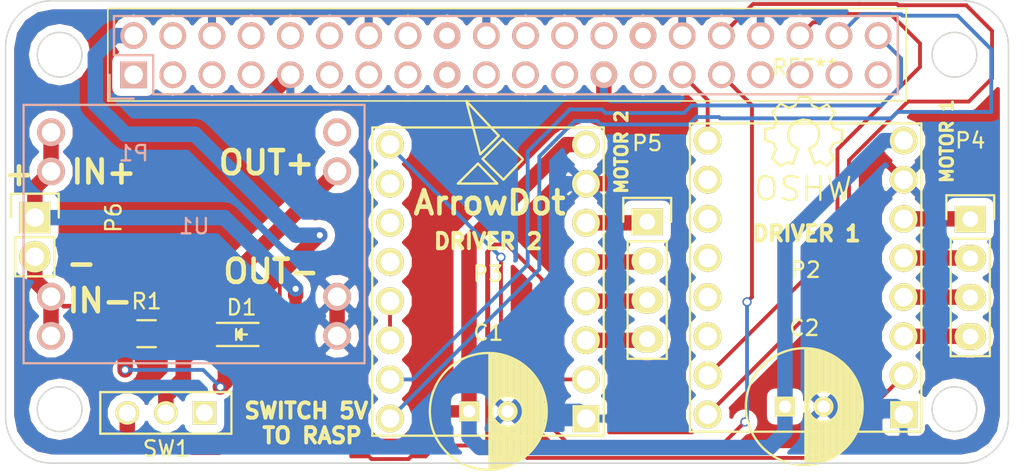
<source format=kicad_pcb>
(kicad_pcb (version 4) (host pcbnew 4.0.2+dfsg1-stable)

  (general
    (links 49)
    (no_connects 7)
    (area 120.854999 93.224999 187.492143 124.705001)
    (thickness 1.6)
    (drawings 41)
    (tracks 211)
    (zones 0)
    (modules 13)
    (nets 53)
  )

  (page A4)
  (layers
    (0 F.Cu signal)
    (31 B.Cu signal)
    (32 B.Adhes user)
    (33 F.Adhes user)
    (34 B.Paste user)
    (35 F.Paste user)
    (36 B.SilkS user)
    (37 F.SilkS user)
    (38 B.Mask user)
    (39 F.Mask user)
    (40 Dwgs.User user)
    (41 Cmts.User user)
    (42 Eco1.User user)
    (43 Eco2.User user)
    (44 Edge.Cuts user)
    (45 Margin user)
    (46 B.CrtYd user)
    (47 F.CrtYd user)
    (48 B.Fab user)
    (49 F.Fab user)
  )

  (setup
    (last_trace_width 0.25)
    (user_trace_width 0.8)
    (user_trace_width 1)
    (trace_clearance 0.4)
    (zone_clearance 0.508)
    (zone_45_only no)
    (trace_min 0.2)
    (segment_width 0.15)
    (edge_width 0.15)
    (via_size 0.6)
    (via_drill 0.4)
    (via_min_size 0.4)
    (via_min_drill 0.3)
    (uvia_size 0.3)
    (uvia_drill 0.1)
    (uvias_allowed no)
    (uvia_min_size 0.2)
    (uvia_min_drill 0.1)
    (pcb_text_width 0.3)
    (pcb_text_size 1.5 1.5)
    (mod_edge_width 0.15)
    (mod_text_size 1 1)
    (mod_text_width 0.15)
    (pad_size 1.8 1.8)
    (pad_drill 1.2)
    (pad_to_mask_clearance 0.2)
    (aux_axis_origin 0 0)
    (grid_origin 150.55 105.55)
    (visible_elements FFFFFF7F)
    (pcbplotparams
      (layerselection 0x0103c_80000001)
      (usegerberextensions false)
      (excludeedgelayer true)
      (linewidth 0.100000)
      (plotframeref false)
      (viasonmask false)
      (mode 1)
      (useauxorigin false)
      (hpglpennumber 1)
      (hpglpenspeed 20)
      (hpglpendiameter 15)
      (hpglpenoverlay 2)
      (psnegative false)
      (psa4output false)
      (plotreference true)
      (plotvalue true)
      (plotinvisibletext false)
      (padsonsilk false)
      (subtractmaskfromsilk false)
      (outputformat 1)
      (mirror false)
      (drillshape 0)
      (scaleselection 1)
      (outputdirectory gerber/))
  )

  (net 0 "")
  (net 1 GND)
  (net 2 Battery+)
  (net 3 5v)
  (net 4 "Net-(D1-Pad1)")
  (net 5 3.3V)
  (net 6 SDA1_I2C_GPIO02)
  (net 7 SCL1_I2C_GPIO03)
  (net 8 GPIO04)
  (net 9 TX_GPIO14)
  (net 10 RX_GPIO14)
  (net 11 GPIO17)
  (net 12 GPIO18)
  (net 13 GPIO27)
  (net 14 GPIO22)
  (net 15 GPIO23)
  (net 16 GPIO24)
  (net 17 GPIO10_SPI_MOSI)
  (net 18 GPIO09_SPI_MISO)
  (net 19 GPIO25)
  (net 20 GPIO11_SPI_CLK)
  (net 21 SPI_CE0_GPIO08)
  (net 22 SPI_CE1_GPIO08)
  (net 23 ID_SD_EEPROM)
  (net 24 I2C_ID_SC_EEPROM)
  (net 25 GPIO05)
  (net 26 GPIO06)
  (net 27 DIR_1)
  (net 28 GPIO13)
  (net 29 GPIO19)
  (net 30 GPIO16)
  (net 31 GPIO26)
  (net 32 DIR_2)
  (net 33 GPIO21)
  (net 34 1B_1)
  (net 35 1A_1)
  (net 36 2A_1)
  (net 37 2B_1)
  (net 38 "Net-(P2-Pad6)")
  (net 39 "Net-(P2-Pad10)")
  (net 40 "Net-(P2-Pad14)")
  (net 41 "Net-(P2-Pad12)")
  (net 42 1B_2)
  (net 43 1A_2)
  (net 44 2A_2)
  (net 45 2B_2)
  (net 46 "Net-(P3-Pad6)")
  (net 47 "Net-(P3-Pad10)")
  (net 48 "Net-(P3-Pad14)")
  (net 49 "Net-(P3-Pad12)")
  (net 50 Battery-)
  (net 51 "Net-(SW1-Pad1)")
  (net 52 "Net-(SW1-Pad2)")

  (net_class Default "This is the default net class."
    (clearance 0.4)
    (trace_width 0.25)
    (via_dia 0.6)
    (via_drill 0.4)
    (uvia_dia 0.3)
    (uvia_drill 0.1)
    (add_net 1A_1)
    (add_net 1A_2)
    (add_net 1B_1)
    (add_net 1B_2)
    (add_net 2A_1)
    (add_net 2A_2)
    (add_net 2B_1)
    (add_net 2B_2)
    (add_net 3.3V)
    (add_net 5v)
    (add_net Battery+)
    (add_net Battery-)
    (add_net DIR_1)
    (add_net DIR_2)
    (add_net GND)
    (add_net GPIO04)
    (add_net GPIO05)
    (add_net GPIO06)
    (add_net GPIO09_SPI_MISO)
    (add_net GPIO10_SPI_MOSI)
    (add_net GPIO11_SPI_CLK)
    (add_net GPIO13)
    (add_net GPIO16)
    (add_net GPIO17)
    (add_net GPIO18)
    (add_net GPIO19)
    (add_net GPIO21)
    (add_net GPIO22)
    (add_net GPIO23)
    (add_net GPIO24)
    (add_net GPIO25)
    (add_net GPIO26)
    (add_net GPIO27)
    (add_net I2C_ID_SC_EEPROM)
    (add_net ID_SD_EEPROM)
    (add_net "Net-(D1-Pad1)")
    (add_net "Net-(P2-Pad10)")
    (add_net "Net-(P2-Pad12)")
    (add_net "Net-(P2-Pad14)")
    (add_net "Net-(P2-Pad6)")
    (add_net "Net-(P3-Pad10)")
    (add_net "Net-(P3-Pad12)")
    (add_net "Net-(P3-Pad14)")
    (add_net "Net-(P3-Pad6)")
    (add_net "Net-(SW1-Pad1)")
    (add_net "Net-(SW1-Pad2)")
    (add_net RX_GPIO14)
    (add_net SCL1_I2C_GPIO03)
    (add_net SDA1_I2C_GPIO02)
    (add_net SPI_CE0_GPIO08)
    (add_net SPI_CE1_GPIO08)
    (add_net TX_GPIO14)
  )

  (module Socket_Strips:Socket_Strip_Straight_2x20 (layer B.Cu) (tedit 5AAA24E2) (tstamp 5AA93AEB)
    (at 129.43 98.34)
    (descr "Through hole socket strip")
    (tags "socket strip")
    (path /5AA7D98E)
    (fp_text reference P1 (at 0 5.1) (layer B.SilkS)
      (effects (font (size 1 1) (thickness 0.15)) (justify mirror))
    )
    (fp_text value "Raspberry Pi Zero W" (at 0 3.1) (layer B.Fab)
      (effects (font (size 1 1) (thickness 0.15)) (justify mirror))
    )
    (fp_line (start -1.75 1.75) (end -1.75 -4.3) (layer B.CrtYd) (width 0.05))
    (fp_line (start 50.05 1.75) (end 50.05 -4.3) (layer B.CrtYd) (width 0.05))
    (fp_line (start -1.75 1.75) (end 50.05 1.75) (layer B.CrtYd) (width 0.05))
    (fp_line (start -1.75 -4.3) (end 50.05 -4.3) (layer B.CrtYd) (width 0.05))
    (fp_line (start 49.53 -3.81) (end -1.27 -3.81) (layer B.SilkS) (width 0.15))
    (fp_line (start 1.27 1.27) (end 49.53 1.27) (layer B.SilkS) (width 0.15))
    (fp_line (start 49.53 -3.81) (end 49.53 1.27) (layer B.SilkS) (width 0.15))
    (fp_line (start -1.27 -3.81) (end -1.27 -1.27) (layer B.SilkS) (width 0.15))
    (fp_line (start 0 1.55) (end -1.55 1.55) (layer B.SilkS) (width 0.15))
    (fp_line (start -1.27 -1.27) (end 1.27 -1.27) (layer B.SilkS) (width 0.15))
    (fp_line (start 1.27 -1.27) (end 1.27 1.27) (layer B.SilkS) (width 0.15))
    (fp_line (start -1.55 1.55) (end -1.55 0) (layer B.SilkS) (width 0.15))
    (pad 1 thru_hole rect (at 0 0) (size 1.7272 1.7272) (drill 1.2) (layers *.Cu *.Mask B.SilkS)
      (net 5 3.3V))
    (pad 2 thru_hole oval (at 0 -2.54) (size 1.7272 1.7272) (drill 1.2) (layers *.Cu *.Mask B.SilkS)
      (net 3 5v))
    (pad 3 thru_hole oval (at 2.54 0) (size 1.7272 1.7272) (drill 1.2) (layers *.Cu *.Mask B.SilkS)
      (net 6 SDA1_I2C_GPIO02))
    (pad 4 thru_hole oval (at 2.54 -2.54) (size 1.7272 1.7272) (drill 1.2) (layers *.Cu *.Mask B.SilkS)
      (net 3 5v))
    (pad 5 thru_hole oval (at 5.08 0) (size 1.7272 1.7272) (drill 1.2) (layers *.Cu *.Mask B.SilkS)
      (net 7 SCL1_I2C_GPIO03))
    (pad 6 thru_hole oval (at 5.08 -2.54) (size 1.7272 1.7272) (drill 1.2) (layers *.Cu *.Mask B.SilkS)
      (net 1 GND))
    (pad 7 thru_hole oval (at 7.62 0) (size 1.7272 1.7272) (drill 1.2) (layers *.Cu *.Mask B.SilkS)
      (net 8 GPIO04))
    (pad 8 thru_hole oval (at 7.62 -2.54) (size 1.7272 1.7272) (drill 1.2) (layers *.Cu *.Mask B.SilkS)
      (net 9 TX_GPIO14))
    (pad 9 thru_hole oval (at 10.16 0) (size 1.7272 1.7272) (drill 1.2) (layers *.Cu *.Mask B.SilkS)
      (net 1 GND))
    (pad 10 thru_hole oval (at 10.16 -2.54) (size 1.7272 1.7272) (drill 1.2) (layers *.Cu *.Mask B.SilkS)
      (net 10 RX_GPIO14))
    (pad 11 thru_hole oval (at 12.7 0) (size 1.7272 1.7272) (drill 1.2) (layers *.Cu *.Mask B.SilkS)
      (net 11 GPIO17))
    (pad 12 thru_hole oval (at 12.7 -2.54) (size 1.7272 1.7272) (drill 1.2) (layers *.Cu *.Mask B.SilkS)
      (net 12 GPIO18))
    (pad 13 thru_hole oval (at 15.24 0) (size 1.7272 1.7272) (drill 1.2) (layers *.Cu *.Mask B.SilkS)
      (net 13 GPIO27))
    (pad 14 thru_hole oval (at 15.24 -2.54) (size 1.7272 1.7272) (drill 1.2) (layers *.Cu *.Mask B.SilkS)
      (net 1 GND))
    (pad 15 thru_hole oval (at 17.78 0) (size 1.7272 1.7272) (drill 1.2) (layers *.Cu *.Mask B.SilkS)
      (net 14 GPIO22))
    (pad 16 thru_hole oval (at 17.78 -2.54) (size 1.7272 1.7272) (drill 1.2) (layers *.Cu *.Mask B.SilkS)
      (net 15 GPIO23))
    (pad 17 thru_hole oval (at 20.32 0) (size 1.7272 1.7272) (drill 1.016) (layers *.Cu *.Mask B.SilkS)
      (net 5 3.3V))
    (pad 18 thru_hole oval (at 20.32 -2.54) (size 1.7272 1.7272) (drill 1.016) (layers *.Cu *.Mask B.SilkS)
      (net 16 GPIO24))
    (pad 19 thru_hole oval (at 22.86 0) (size 1.7272 1.7272) (drill 1.2) (layers *.Cu *.Mask B.SilkS)
      (net 17 GPIO10_SPI_MOSI))
    (pad 20 thru_hole oval (at 22.86 -2.54) (size 1.7272 1.7272) (drill 1.2) (layers *.Cu *.Mask B.SilkS)
      (net 1 GND))
    (pad 21 thru_hole oval (at 25.4 0) (size 1.7272 1.7272) (drill 1.2) (layers *.Cu *.Mask B.SilkS)
      (net 18 GPIO09_SPI_MISO))
    (pad 22 thru_hole oval (at 25.4 -2.54) (size 1.7272 1.7272) (drill 1.2) (layers *.Cu *.Mask B.SilkS)
      (net 19 GPIO25))
    (pad 23 thru_hole oval (at 27.94 0) (size 1.7272 1.7272) (drill 1.2) (layers *.Cu *.Mask B.SilkS)
      (net 20 GPIO11_SPI_CLK))
    (pad 24 thru_hole oval (at 27.94 -2.54) (size 1.7272 1.7272) (drill 1.2) (layers *.Cu *.Mask B.SilkS)
      (net 21 SPI_CE0_GPIO08))
    (pad 25 thru_hole oval (at 30.48 0) (size 1.7272 1.7272) (drill 1.016) (layers *.Cu *.Mask B.SilkS)
      (net 1 GND))
    (pad 26 thru_hole oval (at 30.48 -2.54) (size 1.7272 1.7272) (drill 1.2) (layers *.Cu *.Mask B.SilkS)
      (net 22 SPI_CE1_GPIO08))
    (pad 27 thru_hole oval (at 33.02 0) (size 1.7272 1.7272) (drill 1.2) (layers *.Cu *.Mask B.SilkS)
      (net 23 ID_SD_EEPROM))
    (pad 28 thru_hole oval (at 33.02 -2.54) (size 1.7272 1.7272) (drill 1.016) (layers *.Cu *.Mask B.SilkS)
      (net 24 I2C_ID_SC_EEPROM))
    (pad 29 thru_hole oval (at 35.56 0) (size 1.7272 1.7272) (drill 1.2) (layers *.Cu *.Mask B.SilkS)
      (net 25 GPIO05))
    (pad 30 thru_hole oval (at 35.56 -2.54) (size 1.7272 1.7272) (drill 1.2) (layers *.Cu *.Mask B.SilkS)
      (net 1 GND))
    (pad 31 thru_hole oval (at 38.1 0) (size 1.7272 1.7272) (drill 1.2) (layers *.Cu *.Mask B.SilkS)
      (net 26 GPIO06))
    (pad 32 thru_hole oval (at 38.1 -2.54) (size 1.7272 1.7272) (drill 1.2) (layers *.Cu *.Mask B.SilkS)
      (net 27 DIR_1))
    (pad 33 thru_hole oval (at 40.64 0) (size 1.7272 1.7272) (drill 1.2) (layers *.Cu *.Mask B.SilkS)
      (net 28 GPIO13))
    (pad 34 thru_hole oval (at 40.64 -2.54) (size 1.7272 1.7272) (drill 1.2) (layers *.Cu *.Mask B.SilkS)
      (net 1 GND))
    (pad 35 thru_hole oval (at 43.18 0) (size 1.7272 1.7272) (drill 1.2) (layers *.Cu *.Mask B.SilkS)
      (net 29 GPIO19))
    (pad 36 thru_hole oval (at 43.18 -2.54) (size 1.7272 1.7272) (drill 1.2) (layers *.Cu *.Mask B.SilkS)
      (net 30 GPIO16))
    (pad 37 thru_hole oval (at 45.72 0) (size 1.7272 1.7272) (drill 1.2) (layers *.Cu *.Mask B.SilkS)
      (net 31 GPIO26))
    (pad 38 thru_hole oval (at 45.72 -2.54) (size 1.7272 1.7272) (drill 1.2) (layers *.Cu *.Mask B.SilkS)
      (net 32 DIR_2))
    (pad 39 thru_hole oval (at 48.26 0) (size 1.7272 1.7272) (drill 1.2) (layers *.Cu *.Mask B.SilkS)
      (net 1 GND))
    (pad 40 thru_hole oval (at 48.26 -2.54) (size 1.7272 1.7272) (drill 1.2) (layers *.Cu *.Mask B.SilkS)
      (net 33 GPIO21))
    (model Socket_Strips.3dshapes/Socket_Strip_Straight_2x20.wrl
      (at (xyz 0.95 -0.05 0))
      (scale (xyz 1 1 1))
      (rotate (xyz 0 0 180))
    )
  )

  (module Pin_Headers:Pin_Header_Straight_1x04 (layer F.Cu) (tedit 0) (tstamp 5AA93B23)
    (at 183.66 107.71)
    (descr "Through hole pin header")
    (tags "pin header")
    (path /5AA80EE6)
    (fp_text reference P4 (at 0 -5.1) (layer F.SilkS)
      (effects (font (size 1 1) (thickness 0.15)))
    )
    (fp_text value "MOTOR 1" (at 0 -3.1) (layer F.Fab)
      (effects (font (size 1 1) (thickness 0.15)))
    )
    (fp_line (start -1.75 -1.75) (end -1.75 9.4) (layer F.CrtYd) (width 0.05))
    (fp_line (start 1.75 -1.75) (end 1.75 9.4) (layer F.CrtYd) (width 0.05))
    (fp_line (start -1.75 -1.75) (end 1.75 -1.75) (layer F.CrtYd) (width 0.05))
    (fp_line (start -1.75 9.4) (end 1.75 9.4) (layer F.CrtYd) (width 0.05))
    (fp_line (start -1.27 1.27) (end -1.27 8.89) (layer F.SilkS) (width 0.15))
    (fp_line (start 1.27 1.27) (end 1.27 8.89) (layer F.SilkS) (width 0.15))
    (fp_line (start 1.55 -1.55) (end 1.55 0) (layer F.SilkS) (width 0.15))
    (fp_line (start -1.27 8.89) (end 1.27 8.89) (layer F.SilkS) (width 0.15))
    (fp_line (start 1.27 1.27) (end -1.27 1.27) (layer F.SilkS) (width 0.15))
    (fp_line (start -1.55 0) (end -1.55 -1.55) (layer F.SilkS) (width 0.15))
    (fp_line (start -1.55 -1.55) (end 1.55 -1.55) (layer F.SilkS) (width 0.15))
    (pad 1 thru_hole rect (at 0 0) (size 2.032 1.7272) (drill 1.016) (layers *.Cu *.Mask F.SilkS)
      (net 37 2B_1))
    (pad 2 thru_hole oval (at 0 2.54) (size 2.032 1.7272) (drill 1.016) (layers *.Cu *.Mask F.SilkS)
      (net 36 2A_1))
    (pad 3 thru_hole oval (at 0 5.08) (size 2.032 1.7272) (drill 1.016) (layers *.Cu *.Mask F.SilkS)
      (net 35 1A_1))
    (pad 4 thru_hole oval (at 0 7.62) (size 2.032 1.7272) (drill 1.016) (layers *.Cu *.Mask F.SilkS)
      (net 34 1B_1))
    (model Pin_Headers.3dshapes/Pin_Header_Straight_1x04.wrl
      (at (xyz 0 -0.15 0))
      (scale (xyz 1 1 1))
      (rotate (xyz 0 0 90))
    )
  )

  (module Capacitors_ThroughHole:C_Radial_D7.5_L11.2_P2.5 (layer F.Cu) (tedit 5AAA21AD) (tstamp 5AA93AB3)
    (at 151.17 120.18)
    (descr "Radial Electrolytic Capacitor Diameter 7.5mm x Length 11.2mm, Pitch 2.5mm")
    (tags "Electrolytic Capacitor")
    (path /5AA7ECF9)
    (fp_text reference C1 (at 1.25 -5.1) (layer F.SilkS)
      (effects (font (size 1 1) (thickness 0.15)))
    )
    (fp_text value 470uF (at 1.33 -2.03) (layer F.Fab)
      (effects (font (size 1 1) (thickness 0.15)))
    )
    (fp_line (start 1.325 -3.749) (end 1.325 3.749) (layer F.SilkS) (width 0.15))
    (fp_line (start 1.465 -3.744) (end 1.465 3.744) (layer F.SilkS) (width 0.15))
    (fp_line (start 1.605 -3.733) (end 1.605 -0.446) (layer F.SilkS) (width 0.15))
    (fp_line (start 1.605 0.446) (end 1.605 3.733) (layer F.SilkS) (width 0.15))
    (fp_line (start 1.745 -3.717) (end 1.745 -0.656) (layer F.SilkS) (width 0.15))
    (fp_line (start 1.745 0.656) (end 1.745 3.717) (layer F.SilkS) (width 0.15))
    (fp_line (start 1.885 -3.696) (end 1.885 -0.789) (layer F.SilkS) (width 0.15))
    (fp_line (start 1.885 0.789) (end 1.885 3.696) (layer F.SilkS) (width 0.15))
    (fp_line (start 2.025 -3.669) (end 2.025 -0.88) (layer F.SilkS) (width 0.15))
    (fp_line (start 2.025 0.88) (end 2.025 3.669) (layer F.SilkS) (width 0.15))
    (fp_line (start 2.165 -3.637) (end 2.165 -0.942) (layer F.SilkS) (width 0.15))
    (fp_line (start 2.165 0.942) (end 2.165 3.637) (layer F.SilkS) (width 0.15))
    (fp_line (start 2.305 -3.599) (end 2.305 -0.981) (layer F.SilkS) (width 0.15))
    (fp_line (start 2.305 0.981) (end 2.305 3.599) (layer F.SilkS) (width 0.15))
    (fp_line (start 2.445 -3.555) (end 2.445 -0.998) (layer F.SilkS) (width 0.15))
    (fp_line (start 2.445 0.998) (end 2.445 3.555) (layer F.SilkS) (width 0.15))
    (fp_line (start 2.585 -3.504) (end 2.585 -0.996) (layer F.SilkS) (width 0.15))
    (fp_line (start 2.585 0.996) (end 2.585 3.504) (layer F.SilkS) (width 0.15))
    (fp_line (start 2.725 -3.448) (end 2.725 -0.974) (layer F.SilkS) (width 0.15))
    (fp_line (start 2.725 0.974) (end 2.725 3.448) (layer F.SilkS) (width 0.15))
    (fp_line (start 2.865 -3.384) (end 2.865 -0.931) (layer F.SilkS) (width 0.15))
    (fp_line (start 2.865 0.931) (end 2.865 3.384) (layer F.SilkS) (width 0.15))
    (fp_line (start 3.005 -3.314) (end 3.005 -0.863) (layer F.SilkS) (width 0.15))
    (fp_line (start 3.005 0.863) (end 3.005 3.314) (layer F.SilkS) (width 0.15))
    (fp_line (start 3.145 -3.236) (end 3.145 -0.764) (layer F.SilkS) (width 0.15))
    (fp_line (start 3.145 0.764) (end 3.145 3.236) (layer F.SilkS) (width 0.15))
    (fp_line (start 3.285 -3.15) (end 3.285 -0.619) (layer F.SilkS) (width 0.15))
    (fp_line (start 3.285 0.619) (end 3.285 3.15) (layer F.SilkS) (width 0.15))
    (fp_line (start 3.425 -3.055) (end 3.425 -0.38) (layer F.SilkS) (width 0.15))
    (fp_line (start 3.425 0.38) (end 3.425 3.055) (layer F.SilkS) (width 0.15))
    (fp_line (start 3.565 -2.95) (end 3.565 2.95) (layer F.SilkS) (width 0.15))
    (fp_line (start 3.705 -2.835) (end 3.705 2.835) (layer F.SilkS) (width 0.15))
    (fp_line (start 3.845 -2.707) (end 3.845 2.707) (layer F.SilkS) (width 0.15))
    (fp_line (start 3.985 -2.566) (end 3.985 2.566) (layer F.SilkS) (width 0.15))
    (fp_line (start 4.125 -2.408) (end 4.125 2.408) (layer F.SilkS) (width 0.15))
    (fp_line (start 4.265 -2.23) (end 4.265 2.23) (layer F.SilkS) (width 0.15))
    (fp_line (start 4.405 -2.027) (end 4.405 2.027) (layer F.SilkS) (width 0.15))
    (fp_line (start 4.545 -1.79) (end 4.545 1.79) (layer F.SilkS) (width 0.15))
    (fp_line (start 4.685 -1.504) (end 4.685 1.504) (layer F.SilkS) (width 0.15))
    (fp_line (start 4.825 -1.132) (end 4.825 1.132) (layer F.SilkS) (width 0.15))
    (fp_line (start 4.965 -0.511) (end 4.965 0.511) (layer F.SilkS) (width 0.15))
    (fp_circle (center 2.5 0) (end 2.5 -1) (layer F.SilkS) (width 0.15))
    (fp_circle (center 1.25 0) (end 1.25 -3.7875) (layer F.SilkS) (width 0.15))
    (fp_circle (center 1.25 0) (end 1.25 -4.1) (layer F.CrtYd) (width 0.05))
    (pad 2 thru_hole circle (at 2.5 0) (size 1.3 1.3) (drill 0.8) (layers *.Cu *.Mask F.SilkS)
      (net 1 GND))
    (pad 1 thru_hole rect (at 0 0) (size 1.3 1.3) (drill 0.8) (layers *.Cu *.Mask F.SilkS)
      (net 2 Battery+))
    (model Capacitors_ThroughHole.3dshapes/C_Radial_D7.5_L11.2_P2.5.wrl
      (at (xyz 0 0 0))
      (scale (xyz 1 1 1))
      (rotate (xyz 0 0 0))
    )
  )

  (module Capacitors_ThroughHole:C_Radial_D7.5_L11.2_P2.5 (layer F.Cu) (tedit 0) (tstamp 5AA93AB9)
    (at 171.65 119.87)
    (descr "Radial Electrolytic Capacitor Diameter 7.5mm x Length 11.2mm, Pitch 2.5mm")
    (tags "Electrolytic Capacitor")
    (path /5AA817C3)
    (fp_text reference C2 (at 1.25 -5.1) (layer F.SilkS)
      (effects (font (size 1 1) (thickness 0.15)))
    )
    (fp_text value 470uF (at 1.35 -2.42) (layer F.Fab)
      (effects (font (size 1 1) (thickness 0.15)))
    )
    (fp_line (start 1.325 -3.749) (end 1.325 3.749) (layer F.SilkS) (width 0.15))
    (fp_line (start 1.465 -3.744) (end 1.465 3.744) (layer F.SilkS) (width 0.15))
    (fp_line (start 1.605 -3.733) (end 1.605 -0.446) (layer F.SilkS) (width 0.15))
    (fp_line (start 1.605 0.446) (end 1.605 3.733) (layer F.SilkS) (width 0.15))
    (fp_line (start 1.745 -3.717) (end 1.745 -0.656) (layer F.SilkS) (width 0.15))
    (fp_line (start 1.745 0.656) (end 1.745 3.717) (layer F.SilkS) (width 0.15))
    (fp_line (start 1.885 -3.696) (end 1.885 -0.789) (layer F.SilkS) (width 0.15))
    (fp_line (start 1.885 0.789) (end 1.885 3.696) (layer F.SilkS) (width 0.15))
    (fp_line (start 2.025 -3.669) (end 2.025 -0.88) (layer F.SilkS) (width 0.15))
    (fp_line (start 2.025 0.88) (end 2.025 3.669) (layer F.SilkS) (width 0.15))
    (fp_line (start 2.165 -3.637) (end 2.165 -0.942) (layer F.SilkS) (width 0.15))
    (fp_line (start 2.165 0.942) (end 2.165 3.637) (layer F.SilkS) (width 0.15))
    (fp_line (start 2.305 -3.599) (end 2.305 -0.981) (layer F.SilkS) (width 0.15))
    (fp_line (start 2.305 0.981) (end 2.305 3.599) (layer F.SilkS) (width 0.15))
    (fp_line (start 2.445 -3.555) (end 2.445 -0.998) (layer F.SilkS) (width 0.15))
    (fp_line (start 2.445 0.998) (end 2.445 3.555) (layer F.SilkS) (width 0.15))
    (fp_line (start 2.585 -3.504) (end 2.585 -0.996) (layer F.SilkS) (width 0.15))
    (fp_line (start 2.585 0.996) (end 2.585 3.504) (layer F.SilkS) (width 0.15))
    (fp_line (start 2.725 -3.448) (end 2.725 -0.974) (layer F.SilkS) (width 0.15))
    (fp_line (start 2.725 0.974) (end 2.725 3.448) (layer F.SilkS) (width 0.15))
    (fp_line (start 2.865 -3.384) (end 2.865 -0.931) (layer F.SilkS) (width 0.15))
    (fp_line (start 2.865 0.931) (end 2.865 3.384) (layer F.SilkS) (width 0.15))
    (fp_line (start 3.005 -3.314) (end 3.005 -0.863) (layer F.SilkS) (width 0.15))
    (fp_line (start 3.005 0.863) (end 3.005 3.314) (layer F.SilkS) (width 0.15))
    (fp_line (start 3.145 -3.236) (end 3.145 -0.764) (layer F.SilkS) (width 0.15))
    (fp_line (start 3.145 0.764) (end 3.145 3.236) (layer F.SilkS) (width 0.15))
    (fp_line (start 3.285 -3.15) (end 3.285 -0.619) (layer F.SilkS) (width 0.15))
    (fp_line (start 3.285 0.619) (end 3.285 3.15) (layer F.SilkS) (width 0.15))
    (fp_line (start 3.425 -3.055) (end 3.425 -0.38) (layer F.SilkS) (width 0.15))
    (fp_line (start 3.425 0.38) (end 3.425 3.055) (layer F.SilkS) (width 0.15))
    (fp_line (start 3.565 -2.95) (end 3.565 2.95) (layer F.SilkS) (width 0.15))
    (fp_line (start 3.705 -2.835) (end 3.705 2.835) (layer F.SilkS) (width 0.15))
    (fp_line (start 3.845 -2.707) (end 3.845 2.707) (layer F.SilkS) (width 0.15))
    (fp_line (start 3.985 -2.566) (end 3.985 2.566) (layer F.SilkS) (width 0.15))
    (fp_line (start 4.125 -2.408) (end 4.125 2.408) (layer F.SilkS) (width 0.15))
    (fp_line (start 4.265 -2.23) (end 4.265 2.23) (layer F.SilkS) (width 0.15))
    (fp_line (start 4.405 -2.027) (end 4.405 2.027) (layer F.SilkS) (width 0.15))
    (fp_line (start 4.545 -1.79) (end 4.545 1.79) (layer F.SilkS) (width 0.15))
    (fp_line (start 4.685 -1.504) (end 4.685 1.504) (layer F.SilkS) (width 0.15))
    (fp_line (start 4.825 -1.132) (end 4.825 1.132) (layer F.SilkS) (width 0.15))
    (fp_line (start 4.965 -0.511) (end 4.965 0.511) (layer F.SilkS) (width 0.15))
    (fp_circle (center 2.5 0) (end 2.5 -1) (layer F.SilkS) (width 0.15))
    (fp_circle (center 1.25 0) (end 1.25 -3.7875) (layer F.SilkS) (width 0.15))
    (fp_circle (center 1.25 0) (end 1.25 -4.1) (layer F.CrtYd) (width 0.05))
    (pad 2 thru_hole circle (at 2.5 0) (size 1.3 1.3) (drill 0.8) (layers *.Cu *.Mask F.SilkS)
      (net 1 GND))
    (pad 1 thru_hole rect (at 0 0) (size 1.3 1.3) (drill 0.8) (layers *.Cu *.Mask F.SilkS)
      (net 2 Battery+))
    (model Capacitors_ThroughHole.3dshapes/C_Radial_D7.5_L11.2_P2.5.wrl
      (at (xyz 0 0 0))
      (scale (xyz 1 1 1))
      (rotate (xyz 0 0 0))
    )
  )

  (module LEDs:LED_0805 (layer F.Cu) (tedit 55BDE1C2) (tstamp 5AA93ABF)
    (at 136.42902 115.19)
    (descr "LED 0805 smd package")
    (tags "LED 0805 SMD")
    (path /5AA8C2AB)
    (attr smd)
    (fp_text reference D1 (at 0 -1.75) (layer F.SilkS)
      (effects (font (size 1 1) (thickness 0.15)))
    )
    (fp_text value LED (at 0 1.75) (layer F.Fab)
      (effects (font (size 1 1) (thickness 0.15)))
    )
    (fp_line (start -1.6 0.75) (end 1.1 0.75) (layer F.SilkS) (width 0.15))
    (fp_line (start -1.6 -0.75) (end 1.1 -0.75) (layer F.SilkS) (width 0.15))
    (fp_line (start -0.1 0.15) (end -0.1 -0.1) (layer F.SilkS) (width 0.15))
    (fp_line (start -0.1 -0.1) (end -0.25 0.05) (layer F.SilkS) (width 0.15))
    (fp_line (start -0.35 -0.35) (end -0.35 0.35) (layer F.SilkS) (width 0.15))
    (fp_line (start 0 0) (end 0.35 0) (layer F.SilkS) (width 0.15))
    (fp_line (start -0.35 0) (end 0 -0.35) (layer F.SilkS) (width 0.15))
    (fp_line (start 0 -0.35) (end 0 0.35) (layer F.SilkS) (width 0.15))
    (fp_line (start 0 0.35) (end -0.35 0) (layer F.SilkS) (width 0.15))
    (fp_line (start 1.9 -0.95) (end 1.9 0.95) (layer F.CrtYd) (width 0.05))
    (fp_line (start 1.9 0.95) (end -1.9 0.95) (layer F.CrtYd) (width 0.05))
    (fp_line (start -1.9 0.95) (end -1.9 -0.95) (layer F.CrtYd) (width 0.05))
    (fp_line (start -1.9 -0.95) (end 1.9 -0.95) (layer F.CrtYd) (width 0.05))
    (pad 2 smd rect (at 1.04902 0 180) (size 1.19888 1.19888) (layers F.Cu F.Paste F.Mask)
      (net 3 5v))
    (pad 1 smd rect (at -1.04902 0 180) (size 1.19888 1.19888) (layers F.Cu F.Paste F.Mask)
      (net 4 "Net-(D1-Pad1)"))
    (model LEDs.3dshapes/LED_0805.wrl
      (at (xyz 0 0 0))
      (scale (xyz 1 1 1))
      (rotate (xyz 0 0 0))
    )
  )

  (module MODULE:A4988_Stepper_Motor_Driver (layer F.Cu) (tedit 5AA8E585) (tstamp 5AA93B03)
    (at 172.99 111.5 180)
    (path /5AA7E8DE)
    (fp_text reference P2 (at 0 0.5 180) (layer F.SilkS)
      (effects (font (size 1 1) (thickness 0.15)))
    )
    (fp_text value STEPPER_1 (at 0 -2.54 360) (layer F.Fab)
      (effects (font (size 0.5 0.5) (thickness 0.125) italic))
    )
    (fp_line (start -7.5 -10) (end -7.5 10) (layer F.SilkS) (width 0.15))
    (fp_line (start -7.5 10) (end 7.5 10) (layer F.SilkS) (width 0.15))
    (fp_line (start 7.5 10) (end 7.5 -10) (layer F.SilkS) (width 0.15))
    (fp_line (start 7.5 -10) (end -7.5 -10) (layer F.SilkS) (width 0.15))
    (pad 1 thru_hole rect (at -6.35 -8.89 180) (size 1.75 1.75) (drill 1.2) (layers *.Cu *.Mask F.SilkS)
      (net 1 GND))
    (pad 3 thru_hole circle (at -6.35 -6.35 180) (size 1.8 1.8) (drill 1.2) (layers *.Cu *.Mask F.SilkS)
      (net 3 5v))
    (pad 5 thru_hole circle (at -6.35 -3.81 180) (size 1.8 1.8) (drill 1.2) (layers *.Cu *.Mask F.SilkS)
      (net 34 1B_1))
    (pad 7 thru_hole circle (at -6.35 -1.27 180) (size 1.8 1.8) (drill 1.2) (layers *.Cu *.Mask F.SilkS)
      (net 35 1A_1))
    (pad 9 thru_hole circle (at -6.35 1.27 180) (size 1.8 1.8) (drill 1.2) (layers *.Cu *.Mask F.SilkS)
      (net 36 2A_1))
    (pad 11 thru_hole circle (at -6.35 3.81 180) (size 1.8 1.8) (drill 1.2) (layers *.Cu *.Mask F.SilkS)
      (net 37 2B_1))
    (pad 13 thru_hole circle (at -6.35 6.35 180) (size 1.8 1.8) (drill 1.2) (layers *.Cu *.Mask F.SilkS)
      (net 1 GND))
    (pad 15 thru_hole circle (at -6.35 8.89 180) (size 1.8 1.8) (drill 1.2) (layers *.Cu *.Mask F.SilkS)
      (net 2 Battery+))
    (pad 2 thru_hole circle (at 6.35 -8.89 180) (size 1.8 1.8) (drill 1.2) (layers *.Cu *.Mask F.SilkS)
      (net 27 DIR_1))
    (pad 4 thru_hole circle (at 6.35 -6.35 180) (size 1.8 1.8) (drill 1.2) (layers *.Cu *.Mask F.SilkS)
      (net 30 GPIO16))
    (pad 6 thru_hole circle (at 6.35 -3.81 180) (size 1.8 1.8) (drill 1.2) (layers *.Cu *.Mask F.SilkS)
      (net 38 "Net-(P2-Pad6)"))
    (pad 8 thru_hole circle (at 6.35 -1.27 180) (size 1.8 1.8) (drill 1.2) (layers *.Cu *.Mask F.SilkS)
      (net 38 "Net-(P2-Pad6)"))
    (pad 10 thru_hole circle (at 6.35 1.27 180) (size 1.8 1.8) (drill 1.2) (layers *.Cu *.Mask F.SilkS)
      (net 39 "Net-(P2-Pad10)"))
    (pad 14 thru_hole circle (at 6.35 6.35 180) (size 1.8 1.8) (drill 1.2) (layers *.Cu *.Mask F.SilkS)
      (net 40 "Net-(P2-Pad14)"))
    (pad 12 thru_hole circle (at 6.35 3.81 180) (size 1.8 1.8) (drill 1.2) (layers *.Cu *.Mask F.SilkS)
      (net 41 "Net-(P2-Pad12)"))
    (pad 16 thru_hole circle (at 6.35 8.89 180) (size 1.8 1.8) (drill 1.2) (layers *.Cu *.Mask F.SilkS)
      (net 25 GPIO05))
  )

  (module MODULE:A4988_Stepper_Motor_Driver (layer F.Cu) (tedit 5AA8E585) (tstamp 5AA93B1B)
    (at 152.4 111.76 180)
    (path /5AA817BC)
    (fp_text reference P3 (at 0 0.5 180) (layer F.SilkS)
      (effects (font (size 1 1) (thickness 0.15)))
    )
    (fp_text value STEPPER_2 (at 0 -2.54 360) (layer F.Fab)
      (effects (font (size 0.5 0.5) (thickness 0.125) italic))
    )
    (fp_line (start -7.5 -10) (end -7.5 10) (layer F.SilkS) (width 0.15))
    (fp_line (start -7.5 10) (end 7.5 10) (layer F.SilkS) (width 0.15))
    (fp_line (start 7.5 10) (end 7.5 -10) (layer F.SilkS) (width 0.15))
    (fp_line (start 7.5 -10) (end -7.5 -10) (layer F.SilkS) (width 0.15))
    (pad 1 thru_hole rect (at -6.35 -8.89 180) (size 1.75 1.75) (drill 1.2) (layers *.Cu *.Mask F.SilkS)
      (net 1 GND))
    (pad 3 thru_hole circle (at -6.35 -6.35 180) (size 1.8 1.8) (drill 1.2) (layers *.Cu *.Mask F.SilkS)
      (net 3 5v))
    (pad 5 thru_hole circle (at -6.35 -3.81 180) (size 1.8 1.8) (drill 1.2) (layers *.Cu *.Mask F.SilkS)
      (net 42 1B_2))
    (pad 7 thru_hole circle (at -6.35 -1.27 180) (size 1.8 1.8) (drill 1.2) (layers *.Cu *.Mask F.SilkS)
      (net 43 1A_2))
    (pad 9 thru_hole circle (at -6.35 1.27 180) (size 1.8 1.8) (drill 1.2) (layers *.Cu *.Mask F.SilkS)
      (net 44 2A_2))
    (pad 11 thru_hole circle (at -6.35 3.81 180) (size 1.8 1.8) (drill 1.2) (layers *.Cu *.Mask F.SilkS)
      (net 45 2B_2))
    (pad 13 thru_hole circle (at -6.35 6.35 180) (size 1.8 1.8) (drill 1.2) (layers *.Cu *.Mask F.SilkS)
      (net 1 GND))
    (pad 15 thru_hole circle (at -6.35 8.89 180) (size 1.8 1.8) (drill 1.2) (layers *.Cu *.Mask F.SilkS)
      (net 2 Battery+))
    (pad 2 thru_hole circle (at 6.35 -8.89 180) (size 1.8 1.8) (drill 1.2) (layers *.Cu *.Mask F.SilkS)
      (net 32 DIR_2))
    (pad 4 thru_hole circle (at 6.35 -6.35 180) (size 1.8 1.8) (drill 1.2) (layers *.Cu *.Mask F.SilkS)
      (net 33 GPIO21))
    (pad 6 thru_hole circle (at 6.35 -3.81 180) (size 1.8 1.8) (drill 1.2) (layers *.Cu *.Mask F.SilkS)
      (net 46 "Net-(P3-Pad6)"))
    (pad 8 thru_hole circle (at 6.35 -1.27 180) (size 1.8 1.8) (drill 1.2) (layers *.Cu *.Mask F.SilkS)
      (net 46 "Net-(P3-Pad6)"))
    (pad 10 thru_hole circle (at 6.35 1.27 180) (size 1.8 1.8) (drill 1.2) (layers *.Cu *.Mask F.SilkS)
      (net 47 "Net-(P3-Pad10)"))
    (pad 14 thru_hole circle (at 6.35 6.35 180) (size 1.8 1.8) (drill 1.2) (layers *.Cu *.Mask F.SilkS)
      (net 48 "Net-(P3-Pad14)"))
    (pad 12 thru_hole circle (at 6.35 3.81 180) (size 1.8 1.8) (drill 1.2) (layers *.Cu *.Mask F.SilkS)
      (net 49 "Net-(P3-Pad12)"))
    (pad 16 thru_hole circle (at 6.35 8.89 180) (size 1.8 1.8) (drill 1.2) (layers *.Cu *.Mask F.SilkS)
      (net 26 GPIO06))
  )

  (module Socket_Strips:Socket_Strip_Straight_1x02 (layer F.Cu) (tedit 5AAA2434) (tstamp 5AA93B31)
    (at 123.03 107.61 270)
    (descr "Through hole socket strip")
    (tags "socket strip")
    (path /5AA8B555)
    (fp_text reference P6 (at 0 -5.1 270) (layer F.SilkS)
      (effects (font (size 1 1) (thickness 0.15)))
    )
    (fp_text value PWR (at 0 -3.1 270) (layer F.Fab)
      (effects (font (size 1 1) (thickness 0.15)))
    )
    (fp_line (start -1.55 1.55) (end 0 1.55) (layer F.SilkS) (width 0.15))
    (fp_line (start 3.81 1.27) (end 1.27 1.27) (layer F.SilkS) (width 0.15))
    (fp_line (start -1.75 -1.75) (end -1.75 1.75) (layer F.CrtYd) (width 0.05))
    (fp_line (start 4.3 -1.75) (end 4.3 1.75) (layer F.CrtYd) (width 0.05))
    (fp_line (start -1.75 -1.75) (end 4.3 -1.75) (layer F.CrtYd) (width 0.05))
    (fp_line (start -1.75 1.75) (end 4.3 1.75) (layer F.CrtYd) (width 0.05))
    (fp_line (start 1.27 1.27) (end 1.27 -1.27) (layer F.SilkS) (width 0.15))
    (fp_line (start 0 -1.55) (end -1.55 -1.55) (layer F.SilkS) (width 0.15))
    (fp_line (start -1.55 -1.55) (end -1.55 1.55) (layer F.SilkS) (width 0.15))
    (fp_line (start 1.27 -1.27) (end 3.81 -1.27) (layer F.SilkS) (width 0.15))
    (fp_line (start 3.81 -1.27) (end 3.81 1.27) (layer F.SilkS) (width 0.15))
    (pad 1 thru_hole rect (at 0 0 270) (size 2.032 2.032) (drill 1.2) (layers *.Cu *.Mask F.SilkS)
      (net 2 Battery+))
    (pad 2 thru_hole oval (at 2.54 0 270) (size 2.032 2.032) (drill 1.2) (layers *.Cu *.Mask F.SilkS)
      (net 50 Battery-))
    (model Socket_Strips.3dshapes/Socket_Strip_Straight_1x02.wrl
      (at (xyz 0.05 0 0))
      (scale (xyz 1 1 1))
      (rotate (xyz 0 0 180))
    )
  )

  (module Resistors_SMD:R_0805_HandSoldering (layer F.Cu) (tedit 54189DEE) (tstamp 5AA93B37)
    (at 130.27 115.14)
    (descr "Resistor SMD 0805, hand soldering")
    (tags "resistor 0805")
    (path /5AA9A77A)
    (attr smd)
    (fp_text reference R1 (at 0 -2.1) (layer F.SilkS)
      (effects (font (size 1 1) (thickness 0.15)))
    )
    (fp_text value 330 (at 0 2.1) (layer F.Fab)
      (effects (font (size 1 1) (thickness 0.15)))
    )
    (fp_line (start -2.4 -1) (end 2.4 -1) (layer F.CrtYd) (width 0.05))
    (fp_line (start -2.4 1) (end 2.4 1) (layer F.CrtYd) (width 0.05))
    (fp_line (start -2.4 -1) (end -2.4 1) (layer F.CrtYd) (width 0.05))
    (fp_line (start 2.4 -1) (end 2.4 1) (layer F.CrtYd) (width 0.05))
    (fp_line (start 0.6 0.875) (end -0.6 0.875) (layer F.SilkS) (width 0.15))
    (fp_line (start -0.6 -0.875) (end 0.6 -0.875) (layer F.SilkS) (width 0.15))
    (pad 1 smd rect (at -1.35 0) (size 1.5 1.3) (layers F.Cu F.Paste F.Mask)
      (net 4 "Net-(D1-Pad1)"))
    (pad 2 smd rect (at 1.35 0) (size 1.5 1.3) (layers F.Cu F.Paste F.Mask)
      (net 1 GND))
    (model Resistors_SMD.3dshapes/R_0805_HandSoldering.wrl
      (at (xyz 0 0 0))
      (scale (xyz 1 1 1))
      (rotate (xyz 0 0 0))
    )
  )

  (module MODULE:LM2596 (layer B.Cu) (tedit 5AAA2500) (tstamp 5AA93B4F)
    (at 133.35 108.676)
    (path /5AA8B1FE)
    (fp_text reference U1 (at 0 -0.5) (layer B.SilkS)
      (effects (font (size 1 1) (thickness 0.15)) (justify mirror))
    )
    (fp_text value LM2596_mini_module (at -0.1 2.2) (layer B.Fab)
      (effects (font (size 0.7 0.7) (thickness 0.125)) (justify mirror))
    )
    (fp_line (start 11.049 -8.382) (end -11.049 -8.382) (layer B.SilkS) (width 0.15))
    (fp_line (start 11.049 8.382) (end 11.049 -8.382) (layer B.SilkS) (width 0.15))
    (fp_line (start -11.049 8.382) (end 11.049 8.382) (layer B.SilkS) (width 0.15))
    (fp_line (start -11.049 8.382) (end -11.049 -8.382) (layer B.SilkS) (width 0.15))
    (pad 1 thru_hole circle (at -9.271 -6.604) (size 1.8 1.8) (drill 1.2) (layers *.Cu *.Mask B.SilkS)
      (net 2 Battery+))
    (pad 2 thru_hole circle (at -9.271 -4.064) (size 1.8 1.8) (drill 1.2) (layers *.Cu *.Mask B.SilkS)
      (net 2 Battery+))
    (pad 3 thru_hole circle (at -9.271 6.604) (size 1.8 1.8) (drill 1.2) (layers *.Cu *.Mask B.SilkS)
      (net 50 Battery-))
    (pad 4 thru_hole circle (at -9.271 4.064) (size 1.8 1.8) (drill 1.2) (layers *.Cu *.Mask B.SilkS)
      (net 50 Battery-))
    (pad 5 thru_hole circle (at 9.271 -6.604) (size 1.8 1.8) (drill 1.2) (layers *.Cu *.Mask B.SilkS)
      (net 52 "Net-(SW1-Pad2)"))
    (pad 6 thru_hole circle (at 9.271 -4.064) (size 1.8 1.8) (drill 1.2) (layers *.Cu *.Mask B.SilkS)
      (net 52 "Net-(SW1-Pad2)"))
    (pad 7 thru_hole circle (at 9.271 4.064) (size 1.8 1.8) (drill 1.2) (layers *.Cu *.Mask B.SilkS)
      (net 1 GND))
    (pad 8 thru_hole circle (at 9.271 6.604) (size 1.8 1.8) (drill 1.2) (layers *.Cu *.Mask B.SilkS)
      (net 1 GND))
  )

  (module Pin_Headers:Pin_Header_Straight_1x04 (layer F.Cu) (tedit 5AAA2406) (tstamp 5AA940A6)
    (at 162.72 107.88)
    (descr "Through hole pin header")
    (tags "pin header")
    (path /5AA817EB)
    (fp_text reference P5 (at 0 -5.1) (layer F.SilkS)
      (effects (font (size 1 1) (thickness 0.15)))
    )
    (fp_text value "MOTOR 2" (at 0 -3.1) (layer F.Fab)
      (effects (font (size 1 1) (thickness 0.15)))
    )
    (fp_line (start -1.75 -1.75) (end -1.75 9.4) (layer F.CrtYd) (width 0.05))
    (fp_line (start 1.75 -1.75) (end 1.75 9.4) (layer F.CrtYd) (width 0.05))
    (fp_line (start -1.75 -1.75) (end 1.75 -1.75) (layer F.CrtYd) (width 0.05))
    (fp_line (start -1.75 9.4) (end 1.75 9.4) (layer F.CrtYd) (width 0.05))
    (fp_line (start -1.27 1.27) (end -1.27 8.89) (layer F.SilkS) (width 0.15))
    (fp_line (start 1.27 1.27) (end 1.27 8.89) (layer F.SilkS) (width 0.15))
    (fp_line (start 1.55 -1.55) (end 1.55 0) (layer F.SilkS) (width 0.15))
    (fp_line (start -1.27 8.89) (end 1.27 8.89) (layer F.SilkS) (width 0.15))
    (fp_line (start 1.27 1.27) (end -1.27 1.27) (layer F.SilkS) (width 0.15))
    (fp_line (start -1.55 0) (end -1.55 -1.55) (layer F.SilkS) (width 0.15))
    (fp_line (start -1.55 -1.55) (end 1.55 -1.55) (layer F.SilkS) (width 0.15))
    (pad 1 thru_hole rect (at 0 0) (size 2.032 1.7272) (drill 1.016) (layers *.Cu *.Mask F.SilkS)
      (net 45 2B_2))
    (pad 2 thru_hole oval (at 0 2.54) (size 2.032 1.7272) (drill 1.1) (layers *.Cu *.Mask F.SilkS)
      (net 44 2A_2))
    (pad 3 thru_hole oval (at 0 5.08) (size 2.032 1.7272) (drill 1.016) (layers *.Cu *.Mask F.SilkS)
      (net 43 1A_2))
    (pad 4 thru_hole oval (at 0 7.62) (size 2.032 1.7272) (drill 1.016) (layers *.Cu *.Mask F.SilkS)
      (net 42 1B_2))
    (model Pin_Headers.3dshapes/Pin_Header_Straight_1x04.wrl
      (at (xyz 0 -0.15 0))
      (scale (xyz 1 1 1))
      (rotate (xyz 0 0 90))
    )
  )

  (module MODULE:mini_slider_switch (layer F.Cu) (tedit 5AA9446C) (tstamp 5AA94564)
    (at 131.52 120.28)
    (path /5AA93FB0)
    (fp_text reference SW1 (at 0.03 2.32) (layer F.SilkS)
      (effects (font (size 1 1) (thickness 0.15)))
    )
    (fp_text value Switch_SPDT_x2 (at 0 -3) (layer F.Fab)
      (effects (font (size 1 1) (thickness 0.15)))
    )
    (fp_line (start 4.25 -1.35) (end -4.25 -1.35) (layer F.SilkS) (width 0.15))
    (fp_line (start 4.25 1.35) (end 4.25 -1.35) (layer F.SilkS) (width 0.15))
    (fp_line (start -4.25 1.35) (end 4.25 1.35) (layer F.SilkS) (width 0.15))
    (fp_line (start -4.25 -1.35) (end -4.25 1.35) (layer F.SilkS) (width 0.15))
    (pad 2 thru_hole circle (at 0 0) (size 1.524 1.524) (drill 1.1) (layers *.Cu *.Mask F.SilkS)
      (net 52 "Net-(SW1-Pad2)"))
    (pad 1 thru_hole rect (at 2.5 0) (size 1.524 1.524) (drill 1.1) (layers *.Cu *.Mask F.SilkS)
      (net 51 "Net-(SW1-Pad1)"))
    (pad 3 thru_hole circle (at -2.5 0) (size 1.524 1.524) (drill 1.1) (layers *.Cu *.Mask F.SilkS)
      (net 3 5v))
  )

  (module Symbols:Symbol_OSHW-Logo_SilkScreen (layer F.Cu) (tedit 0) (tstamp 5AAD75AF)
    (at 172.85 102.25)
    (descr "Symbol, OSHW-Logo, Silk Screen,")
    (tags "Symbol, OSHW-Logo, Silk Screen,")
    (fp_text reference REF** (at 0.09906 -4.38912) (layer F.SilkS)
      (effects (font (size 1 1) (thickness 0.15)))
    )
    (fp_text value Symbol_OSHW-Logo_SilkScreen (at 0.30988 6.56082) (layer F.Fab)
      (effects (font (size 1 1) (thickness 0.15)))
    )
    (fp_line (start 1.66878 2.68986) (end 2.02946 4.16052) (layer F.SilkS) (width 0.15))
    (fp_line (start 2.02946 4.16052) (end 2.30886 3.0988) (layer F.SilkS) (width 0.15))
    (fp_line (start 2.30886 3.0988) (end 2.61874 4.17068) (layer F.SilkS) (width 0.15))
    (fp_line (start 2.61874 4.17068) (end 2.9591 2.72034) (layer F.SilkS) (width 0.15))
    (fp_line (start 0.24892 3.38074) (end 1.03886 3.37058) (layer F.SilkS) (width 0.15))
    (fp_line (start 1.03886 3.37058) (end 1.04902 3.38074) (layer F.SilkS) (width 0.15))
    (fp_line (start 1.04902 3.38074) (end 1.04902 3.37058) (layer F.SilkS) (width 0.15))
    (fp_line (start 1.08966 2.65938) (end 1.08966 4.20116) (layer F.SilkS) (width 0.15))
    (fp_line (start 0.20066 2.64922) (end 0.20066 4.21894) (layer F.SilkS) (width 0.15))
    (fp_line (start 0.20066 4.21894) (end 0.21082 4.20878) (layer F.SilkS) (width 0.15))
    (fp_line (start -0.35052 2.75082) (end -0.70104 2.66954) (layer F.SilkS) (width 0.15))
    (fp_line (start -0.70104 2.66954) (end -1.02108 2.65938) (layer F.SilkS) (width 0.15))
    (fp_line (start -1.02108 2.65938) (end -1.25984 2.86004) (layer F.SilkS) (width 0.15))
    (fp_line (start -1.25984 2.86004) (end -1.29032 3.12928) (layer F.SilkS) (width 0.15))
    (fp_line (start -1.29032 3.12928) (end -1.04902 3.37058) (layer F.SilkS) (width 0.15))
    (fp_line (start -1.04902 3.37058) (end -0.6604 3.50012) (layer F.SilkS) (width 0.15))
    (fp_line (start -0.6604 3.50012) (end -0.48006 3.66014) (layer F.SilkS) (width 0.15))
    (fp_line (start -0.48006 3.66014) (end -0.43942 3.95986) (layer F.SilkS) (width 0.15))
    (fp_line (start -0.43942 3.95986) (end -0.67056 4.18084) (layer F.SilkS) (width 0.15))
    (fp_line (start -0.67056 4.18084) (end -0.9906 4.20878) (layer F.SilkS) (width 0.15))
    (fp_line (start -0.9906 4.20878) (end -1.34112 4.09956) (layer F.SilkS) (width 0.15))
    (fp_line (start -2.37998 2.64922) (end -2.6289 2.66954) (layer F.SilkS) (width 0.15))
    (fp_line (start -2.6289 2.66954) (end -2.8702 2.91084) (layer F.SilkS) (width 0.15))
    (fp_line (start -2.8702 2.91084) (end -2.9591 3.40106) (layer F.SilkS) (width 0.15))
    (fp_line (start -2.9591 3.40106) (end -2.93116 3.74904) (layer F.SilkS) (width 0.15))
    (fp_line (start -2.93116 3.74904) (end -2.7305 4.06908) (layer F.SilkS) (width 0.15))
    (fp_line (start -2.7305 4.06908) (end -2.47904 4.191) (layer F.SilkS) (width 0.15))
    (fp_line (start -2.47904 4.191) (end -2.16916 4.11988) (layer F.SilkS) (width 0.15))
    (fp_line (start -2.16916 4.11988) (end -1.95072 3.93954) (layer F.SilkS) (width 0.15))
    (fp_line (start -1.95072 3.93954) (end -1.8796 3.4798) (layer F.SilkS) (width 0.15))
    (fp_line (start -1.8796 3.4798) (end -1.9304 3.07086) (layer F.SilkS) (width 0.15))
    (fp_line (start -1.9304 3.07086) (end -2.03962 2.78892) (layer F.SilkS) (width 0.15))
    (fp_line (start -2.03962 2.78892) (end -2.4003 2.65938) (layer F.SilkS) (width 0.15))
    (fp_line (start -1.78054 0.92964) (end -2.03962 1.49098) (layer F.SilkS) (width 0.15))
    (fp_line (start -2.03962 1.49098) (end -1.50114 2.00914) (layer F.SilkS) (width 0.15))
    (fp_line (start -1.50114 2.00914) (end -0.98044 1.7399) (layer F.SilkS) (width 0.15))
    (fp_line (start -0.98044 1.7399) (end -0.70104 1.89992) (layer F.SilkS) (width 0.15))
    (fp_line (start 0.73914 1.8796) (end 1.06934 1.6891) (layer F.SilkS) (width 0.15))
    (fp_line (start 1.06934 1.6891) (end 1.50876 2.0193) (layer F.SilkS) (width 0.15))
    (fp_line (start 1.50876 2.0193) (end 1.9812 1.52908) (layer F.SilkS) (width 0.15))
    (fp_line (start 1.9812 1.52908) (end 1.69926 1.04902) (layer F.SilkS) (width 0.15))
    (fp_line (start 1.69926 1.04902) (end 1.88976 0.57912) (layer F.SilkS) (width 0.15))
    (fp_line (start 1.88976 0.57912) (end 2.49936 0.39116) (layer F.SilkS) (width 0.15))
    (fp_line (start 2.49936 0.39116) (end 2.49936 -0.28956) (layer F.SilkS) (width 0.15))
    (fp_line (start 2.49936 -0.28956) (end 1.94056 -0.42926) (layer F.SilkS) (width 0.15))
    (fp_line (start 1.94056 -0.42926) (end 1.7399 -1.00076) (layer F.SilkS) (width 0.15))
    (fp_line (start 1.7399 -1.00076) (end 2.00914 -1.47066) (layer F.SilkS) (width 0.15))
    (fp_line (start 2.00914 -1.47066) (end 1.53924 -1.9812) (layer F.SilkS) (width 0.15))
    (fp_line (start 1.53924 -1.9812) (end 1.02108 -1.71958) (layer F.SilkS) (width 0.15))
    (fp_line (start 1.02108 -1.71958) (end 0.55118 -1.92024) (layer F.SilkS) (width 0.15))
    (fp_line (start 0.55118 -1.92024) (end 0.381 -2.46126) (layer F.SilkS) (width 0.15))
    (fp_line (start 0.381 -2.46126) (end -0.30988 -2.47904) (layer F.SilkS) (width 0.15))
    (fp_line (start -0.30988 -2.47904) (end -0.5207 -1.9304) (layer F.SilkS) (width 0.15))
    (fp_line (start -0.5207 -1.9304) (end -0.9398 -1.76022) (layer F.SilkS) (width 0.15))
    (fp_line (start -0.9398 -1.76022) (end -1.49098 -2.02946) (layer F.SilkS) (width 0.15))
    (fp_line (start -1.49098 -2.02946) (end -2.00914 -1.50114) (layer F.SilkS) (width 0.15))
    (fp_line (start -2.00914 -1.50114) (end -1.76022 -0.96012) (layer F.SilkS) (width 0.15))
    (fp_line (start -1.76022 -0.96012) (end -1.9304 -0.48006) (layer F.SilkS) (width 0.15))
    (fp_line (start -1.9304 -0.48006) (end -2.47904 -0.381) (layer F.SilkS) (width 0.15))
    (fp_line (start -2.47904 -0.381) (end -2.4892 0.32004) (layer F.SilkS) (width 0.15))
    (fp_line (start -2.4892 0.32004) (end -1.9304 0.5207) (layer F.SilkS) (width 0.15))
    (fp_line (start -1.9304 0.5207) (end -1.7907 0.91948) (layer F.SilkS) (width 0.15))
    (fp_line (start 0.35052 0.89916) (end 0.65024 0.7493) (layer F.SilkS) (width 0.15))
    (fp_line (start 0.65024 0.7493) (end 0.8509 0.55118) (layer F.SilkS) (width 0.15))
    (fp_line (start 0.8509 0.55118) (end 1.00076 0.14986) (layer F.SilkS) (width 0.15))
    (fp_line (start 1.00076 0.14986) (end 1.00076 -0.24892) (layer F.SilkS) (width 0.15))
    (fp_line (start 1.00076 -0.24892) (end 0.8509 -0.59944) (layer F.SilkS) (width 0.15))
    (fp_line (start 0.8509 -0.59944) (end 0.39878 -0.94996) (layer F.SilkS) (width 0.15))
    (fp_line (start 0.39878 -0.94996) (end -0.0508 -1.00076) (layer F.SilkS) (width 0.15))
    (fp_line (start -0.0508 -1.00076) (end -0.44958 -0.89916) (layer F.SilkS) (width 0.15))
    (fp_line (start -0.44958 -0.89916) (end -0.8509 -0.55118) (layer F.SilkS) (width 0.15))
    (fp_line (start -0.8509 -0.55118) (end -1.00076 -0.09906) (layer F.SilkS) (width 0.15))
    (fp_line (start -1.00076 -0.09906) (end -0.94996 0.39878) (layer F.SilkS) (width 0.15))
    (fp_line (start -0.94996 0.39878) (end -0.70104 0.70104) (layer F.SilkS) (width 0.15))
    (fp_line (start -0.70104 0.70104) (end -0.35052 0.89916) (layer F.SilkS) (width 0.15))
    (fp_line (start -0.35052 0.89916) (end -0.70104 1.89992) (layer F.SilkS) (width 0.15))
    (fp_line (start 0.35052 0.89916) (end 0.7493 1.89992) (layer F.SilkS) (width 0.15))
  )

  (gr_text ArrowDot (at 152.5 106.65) (layer F.SilkS)
    (effects (font (size 1.5 1.5) (thickness 0.3)))
  )
  (gr_line (start 151 100.05) (end 151.9 103.5) (layer F.SilkS) (width 0.15))
  (gr_line (start 153.1 102.3) (end 151 100.05) (layer F.SilkS) (width 0.15))
  (gr_line (start 151.9 103.5) (end 153.1 102.3) (layer F.SilkS) (width 0.15))
  (gr_line (start 153.35 102.5) (end 152.05 103.8) (layer F.SilkS) (width 0.15))
  (gr_line (start 154.65 103.8) (end 153.35 102.5) (layer F.SilkS) (width 0.15))
  (gr_line (start 153.4 105.15) (end 154.65 103.85) (layer F.SilkS) (width 0.15))
  (gr_line (start 152.05 103.8) (end 153.4 105.15) (layer F.SilkS) (width 0.15))
  (gr_line (start 153 105.4) (end 151.75 104.1) (layer F.SilkS) (width 0.15))
  (gr_line (start 150.45 105.4) (end 153 105.4) (layer F.SilkS) (width 0.15))
  (gr_line (start 151.75 104.1) (end 150.45 105.4) (layer F.SilkS) (width 0.15))
  (gr_text "MOTOR 2" (at 161.05 103.35 90) (layer F.SilkS)
    (effects (font (size 0.8 0.8) (thickness 0.2)))
  )
  (gr_text "\nMOTOR 1" (at 181.5 102.65 90) (layer F.SilkS)
    (effects (font (size 0.8 0.8) (thickness 0.2)))
  )
  (gr_text "DRIVER 1" (at 173.05 108.65) (layer F.SilkS)
    (effects (font (size 1 1) (thickness 0.25)))
  )
  (gr_text "DRIVER 2" (at 152.4 109.15) (layer F.SilkS)
    (effects (font (size 1 1) (thickness 0.25)))
  )
  (gr_text "OUT-\n" (at 138.35 111.1) (layer F.SilkS)
    (effects (font (size 1.5 1.5) (thickness 0.3)))
  )
  (gr_text OUT+ (at 138.05 104.05) (layer F.SilkS)
    (effects (font (size 1.5 1.5) (thickness 0.3)))
  )
  (gr_text "SWITCH 5V \nTO RASP" (at 141 120.95) (layer F.SilkS)
    (effects (font (size 1 1) (thickness 0.25)))
  )
  (gr_text IN- (at 127.25 113) (layer F.SilkS)
    (effects (font (size 1.5 1.5) (thickness 0.3)))
  )
  (gr_text VIN- (at 127.25 113.25) (layer F.Cu)
    (effects (font (size 1.5 1.5) (thickness 0.3)) (justify mirror))
  )
  (gr_text IN+ (at 127.5 104.65) (layer F.SilkS)
    (effects (font (size 1.5 1.5) (thickness 0.3)))
  )
  (gr_text VIN+ (at 128.4 104.5) (layer B.Cu)
    (effects (font (size 1.5 1.5) (thickness 0.3)) (justify mirror))
  )
  (gr_text - (at 126.05 110.55) (layer F.SilkS)
    (effects (font (size 1.5 1.5) (thickness 0.3)) (justify mirror))
  )
  (gr_text - (at 126.15 110.5) (layer B.Cu)
    (effects (font (size 1.5 1.5) (thickness 0.3)) (justify mirror))
  )
  (gr_text "+\n" (at 122 104.75) (layer F.SilkS)
    (effects (font (size 1.5 1.5) (thickness 0.3)) (justify mirror))
  )
  (gr_line (start 121.135 120.54) (end 121.135 96.54) (layer Edge.Cuts) (width 0.1))
  (gr_circle (center 182.635 97.04) (end 184.085 97.04) (layer Edge.Cuts) (width 0.1))
  (gr_line (start 179.51 100.04) (end 127.76 100.04) (layer F.SilkS) (width 0.1))
  (gr_line (start 124.135 93.54) (end 183.135 93.54) (layer Edge.Cuts) (width 0.1))
  (gr_line (start 186.135 96.54) (end 186.135 120.54) (layer Edge.Cuts) (width 0.1))
  (gr_arc (start 124.135 96.54) (end 124.135 93.54) (angle -90) (layer Edge.Cuts) (width 0.1))
  (gr_arc (start 124.135 120.54) (end 121.135 120.54) (angle -90) (layer Edge.Cuts) (width 0.1))
  (gr_circle (center 124.635 120.04) (end 126.085 120.04) (layer Edge.Cuts) (width 0.1))
  (gr_circle (center 124.635 97.04) (end 126.085 97.04) (layer Edge.Cuts) (width 0.1))
  (gr_line (start 179.51 94.04) (end 179.51 100.04) (layer F.SilkS) (width 0.1))
  (gr_arc (start 183.135 120.54) (end 183.135 123.54) (angle -90) (layer Edge.Cuts) (width 0.1))
  (gr_circle (center 182.635 120.04) (end 184.085 120.04) (layer Edge.Cuts) (width 0.1))
  (gr_line (start 183.135 123.54) (end 124.135 123.54) (layer Edge.Cuts) (width 0.1))
  (gr_line (start 127.76 94.04) (end 179.51 94.04) (layer F.SilkS) (width 0.1))
  (gr_arc (start 183.135 96.54) (end 186.135 96.54) (angle -90) (layer Edge.Cuts) (width 0.1))
  (gr_line (start 127.76 100.04) (end 127.76 94.04) (layer F.SilkS) (width 0.1))

  (segment (start 142.621 112.74) (end 142.621 115.28) (width 1) (layer F.Cu) (net 1))
  (segment (start 131.62 115.14) (end 131.62 106.31) (width 1) (layer F.Cu) (net 1))
  (segment (start 131.62 106.31) (end 139.59 98.34) (width 1) (layer F.Cu) (net 1))
  (segment (start 158.75 120.65) (end 156.875 120.65) (width 1) (layer B.Cu) (net 1))
  (segment (start 156.875 120.65) (end 156.849999 120.624999) (width 1) (layer B.Cu) (net 1))
  (segment (start 156.849999 120.624999) (end 156.849999 106.037209) (width 1) (layer B.Cu) (net 1))
  (segment (start 156.849999 106.037209) (end 157.477208 105.41) (width 1) (layer B.Cu) (net 1))
  (segment (start 157.477208 105.41) (end 158.75 105.41) (width 1) (layer B.Cu) (net 1))
  (segment (start 174.15 119.87) (end 178.82 119.87) (width 1) (layer B.Cu) (net 1))
  (segment (start 178.82 119.87) (end 179.34 120.39) (width 1) (layer B.Cu) (net 1))
  (segment (start 153.67 120.18) (end 158.28 120.18) (width 1) (layer B.Cu) (net 1))
  (segment (start 158.28 120.18) (end 158.75 120.65) (width 1) (layer B.Cu) (net 1))
  (segment (start 162.06 103.372792) (end 159.91 101.222792) (width 1) (layer F.Cu) (net 1))
  (segment (start 159.91 101.222792) (end 159.91 98.34) (width 1) (layer F.Cu) (net 1))
  (segment (start 158.75 105.41) (end 160.022792 105.41) (width 1) (layer F.Cu) (net 1))
  (segment (start 160.022792 105.41) (end 162.06 103.372792) (width 1) (layer F.Cu) (net 1))
  (segment (start 145.233999 122.350001) (end 146.866001 122.350001) (width 0.8) (layer F.Cu) (net 2))
  (segment (start 139.93 117.046002) (end 145.233999 122.350001) (width 0.8) (layer F.Cu) (net 2))
  (segment (start 146.866001 122.350001) (end 149.036002 120.18) (width 0.8) (layer F.Cu) (net 2))
  (segment (start 139.93 112.23) (end 139.93 117.046002) (width 0.8) (layer F.Cu) (net 2))
  (segment (start 149.72 120.18) (end 151.17 120.18) (width 0.8) (layer F.Cu) (net 2))
  (segment (start 149.036002 120.18) (end 149.72 120.18) (width 0.8) (layer F.Cu) (net 2))
  (segment (start 139.93 112.654264) (end 139.93 112.23) (width 1) (layer F.Cu) (net 2))
  (segment (start 124.079 104.612) (end 124.079 102.072) (width 1) (layer F.Cu) (net 2))
  (segment (start 123.03 107.61) (end 123.03 105.661) (width 1) (layer F.Cu) (net 2))
  (segment (start 123.03 105.661) (end 124.079 104.612) (width 1) (layer F.Cu) (net 2))
  (segment (start 171.65 119.87) (end 171.65 109.027208) (width 1) (layer B.Cu) (net 2))
  (segment (start 171.65 109.027208) (end 178.067208 102.61) (width 1) (layer B.Cu) (net 2))
  (segment (start 178.067208 102.61) (end 179.34 102.61) (width 1) (layer B.Cu) (net 2))
  (segment (start 151.17 120.18) (end 151.17 121.83) (width 1) (layer B.Cu) (net 2))
  (segment (start 151.17 121.83) (end 151.865001 122.525001) (width 1) (layer B.Cu) (net 2))
  (segment (start 151.865001 122.525001) (end 170.644999 122.525001) (width 1) (layer B.Cu) (net 2))
  (segment (start 170.644999 122.525001) (end 171.65 121.52) (width 1) (layer B.Cu) (net 2))
  (segment (start 171.65 121.52) (end 171.65 119.87) (width 1) (layer B.Cu) (net 2))
  (segment (start 139.93 112.23) (end 135.31 107.61) (width 1) (layer B.Cu) (net 2))
  (segment (start 135.31 107.61) (end 123.03 107.61) (width 1) (layer B.Cu) (net 2))
  (via (at 139.93 112.23) (size 0.6) (drill 0.4) (layers F.Cu B.Cu) (net 2))
  (segment (start 158.75 102.87) (end 157.477208 102.87) (width 1) (layer F.Cu) (net 2))
  (segment (start 157.477208 102.87) (end 151.17 109.177208) (width 1) (layer F.Cu) (net 2))
  (segment (start 151.17 109.177208) (end 151.17 118.53) (width 1) (layer F.Cu) (net 2))
  (segment (start 151.17 118.53) (end 151.17 120.18) (width 1) (layer F.Cu) (net 2))
  (segment (start 158.75 118.11) (end 156.349242 118.11) (width 0.25) (layer F.Cu) (net 3))
  (segment (start 156.349242 118.11) (end 155.9 117.660758) (width 0.25) (layer F.Cu) (net 3))
  (segment (start 155.9 117.660758) (end 155.9 111.618998) (width 0.25) (layer F.Cu) (net 3))
  (segment (start 155.9 111.618998) (end 153.631002 109.35) (width 0.25) (layer F.Cu) (net 3))
  (segment (start 153.631002 109.35) (end 152.848998 109.35) (width 0.25) (layer F.Cu) (net 3))
  (segment (start 152.848998 109.35) (end 152.345001 109.853997) (width 0.25) (layer F.Cu) (net 3))
  (segment (start 173.99 123.2) (end 179.34 117.85) (width 0.25) (layer F.Cu) (net 3))
  (segment (start 138.904989 111.805427) (end 138.904989 117.618575) (width 0.25) (layer F.Cu) (net 3))
  (segment (start 141.5 108.75) (end 138.904991 111.345009) (width 0.25) (layer F.Cu) (net 3))
  (segment (start 144.675835 123.1) (end 144.850847 123.275012) (width 0.25) (layer F.Cu) (net 3))
  (segment (start 152.414999 109.783999) (end 152.414999 120.664001) (width 0.25) (layer F.Cu) (net 3))
  (segment (start 143.538415 123.1) (end 144.675835 123.1) (width 0.25) (layer F.Cu) (net 3))
  (segment (start 138.904991 111.345009) (end 138.904991 111.805425) (width 0.25) (layer F.Cu) (net 3))
  (segment (start 138.904991 111.805425) (end 138.904989 111.805427) (width 0.25) (layer F.Cu) (net 3))
  (segment (start 138.904991 117.618577) (end 138.904991 117.766576) (width 0.25) (layer F.Cu) (net 3))
  (segment (start 138.904989 117.618575) (end 138.904991 117.618577) (width 0.25) (layer F.Cu) (net 3))
  (segment (start 152.345001 122.104582) (end 152.345001 109.853997) (width 0.25) (layer F.Cu) (net 3))
  (segment (start 138.904991 117.766576) (end 143.538415 122.4) (width 0.25) (layer F.Cu) (net 3))
  (segment (start 147.249153 123.275012) (end 147.424165 123.1) (width 0.25) (layer F.Cu) (net 3))
  (segment (start 152.049583 122.4) (end 152.345001 122.104582) (width 0.25) (layer F.Cu) (net 3))
  (segment (start 143.538415 122.4) (end 143.538415 123.1) (width 0.25) (layer F.Cu) (net 3))
  (segment (start 152.414999 120.664001) (end 154.950998 123.2) (width 0.25) (layer F.Cu) (net 3))
  (segment (start 154.950998 123.2) (end 173.99 123.2) (width 0.25) (layer F.Cu) (net 3))
  (segment (start 144.850847 123.275012) (end 147.249153 123.275012) (width 0.25) (layer F.Cu) (net 3))
  (segment (start 147.424165 123.1) (end 148.35 123.1) (width 0.25) (layer F.Cu) (net 3))
  (segment (start 148.35 123.1) (end 149.05 122.4) (width 0.25) (layer F.Cu) (net 3))
  (segment (start 149.05 122.4) (end 152.049583 122.4) (width 0.25) (layer F.Cu) (net 3))
  (segment (start 152.345001 109.853997) (end 152.414999 109.783999) (width 0.25) (layer F.Cu) (net 3))
  (segment (start 141.5 108.75) (end 139.95 108.75) (width 1) (layer B.Cu) (net 3))
  (segment (start 139.95 108.75) (end 133.4 102.2) (width 1) (layer B.Cu) (net 3))
  (segment (start 133.4 102.2) (end 128.9 102.2) (width 1) (layer B.Cu) (net 3))
  (segment (start 128.9 102.2) (end 126.95 100.25) (width 1) (layer B.Cu) (net 3))
  (segment (start 128.208686 95.8) (end 129.43 95.8) (width 1) (layer B.Cu) (net 3))
  (segment (start 126.95 100.25) (end 126.95 97.058686) (width 1) (layer B.Cu) (net 3))
  (segment (start 126.95 97.058686) (end 128.208686 95.8) (width 1) (layer B.Cu) (net 3))
  (segment (start 137.47804 115.19) (end 137.47804 112.702048) (width 1) (layer F.Cu) (net 3))
  (segment (start 141.430088 108.75) (end 141.5 108.75) (width 1) (layer F.Cu) (net 3))
  (segment (start 137.47804 112.702048) (end 141.430088 108.75) (width 1) (layer F.Cu) (net 3))
  (via (at 141.5 108.75) (size 0.6) (drill 0.4) (layers F.Cu B.Cu) (net 3))
  (segment (start 133.25 122.51) (end 134.934002 122.51) (width 1) (layer F.Cu) (net 3))
  (segment (start 134.934002 122.51) (end 137.47804 119.965962) (width 1) (layer F.Cu) (net 3))
  (segment (start 137.47804 119.965962) (end 137.47804 116.78944) (width 1) (layer F.Cu) (net 3))
  (segment (start 137.47804 116.78944) (end 137.47804 115.19) (width 1) (layer F.Cu) (net 3))
  (segment (start 133.709002 122.7) (end 134.34 122.7) (width 0.25) (layer F.Cu) (net 3))
  (segment (start 137.47804 116.03944) (end 137.47804 115.19) (width 0.25) (layer F.Cu) (net 3))
  (segment (start 134.34 122.7) (end 137.47804 119.56196) (width 0.25) (layer F.Cu) (net 3))
  (segment (start 137.47804 119.56196) (end 137.47804 116.03944) (width 0.25) (layer F.Cu) (net 3))
  (segment (start 129.85 122.46) (end 133.469002 122.46) (width 1) (layer F.Cu) (net 3))
  (segment (start 129.02 120.28) (end 129.02 121.63) (width 1) (layer F.Cu) (net 3))
  (segment (start 129.02 121.63) (end 129.85 122.46) (width 1) (layer F.Cu) (net 3))
  (segment (start 135.05 118.6) (end 135.38 118.27) (width 1) (layer F.Cu) (net 4))
  (segment (start 135.38 118.27) (end 135.38 115.19) (width 1) (layer F.Cu) (net 4))
  (segment (start 128.88 117.49) (end 128.88 115.18) (width 1) (layer F.Cu) (net 4))
  (segment (start 128.88 115.18) (end 128.92 115.14) (width 1) (layer F.Cu) (net 4))
  (segment (start 134.750001 118.300001) (end 135.05 118.6) (width 0.25) (layer B.Cu) (net 4))
  (segment (start 133.94 117.49) (end 134.750001 118.300001) (width 0.25) (layer B.Cu) (net 4))
  (segment (start 128.88 117.49) (end 133.94 117.49) (width 0.25) (layer B.Cu) (net 4))
  (via (at 135.05 118.6) (size 0.6) (drill 0.4) (layers F.Cu B.Cu) (net 4))
  (via (at 128.88 117.49) (size 0.6) (drill 0.4) (layers F.Cu B.Cu) (net 4))
  (segment (start 166.64 102.61) (end 166.64 99.99) (width 0.25) (layer F.Cu) (net 25))
  (segment (start 166.64 99.99) (end 164.99 98.34) (width 0.25) (layer F.Cu) (net 25))
  (segment (start 169.05 120.87) (end 167.62 122.3) (width 0.25) (layer F.Cu) (net 26))
  (segment (start 167.62 122.3) (end 157.61 122.3) (width 0.25) (layer F.Cu) (net 26))
  (segment (start 157.61 122.3) (end 153.24 117.93) (width 0.25) (layer F.Cu) (net 26))
  (segment (start 153.24 117.93) (end 153.24 110.18) (width 0.25) (layer F.Cu) (net 26))
  (segment (start 153.24 110.18) (end 146.05 102.99) (width 0.25) (layer B.Cu) (net 26))
  (segment (start 146.05 102.99) (end 146.05 102.87) (width 0.25) (layer B.Cu) (net 26))
  (via (at 153.24 110.18) (size 0.6) (drill 0.4) (layers F.Cu B.Cu) (net 26))
  (segment (start 169.19 113.08) (end 169.19 120.73) (width 0.25) (layer B.Cu) (net 26))
  (segment (start 169.19 120.73) (end 169.05 120.87) (width 0.25) (layer B.Cu) (net 26))
  (via (at 169.05 120.87) (size 0.6) (drill 0.4) (layers F.Cu B.Cu) (net 26))
  (segment (start 167.53 98.34) (end 169.51 100.32) (width 0.25) (layer F.Cu) (net 26))
  (segment (start 169.51 100.32) (end 169.51 112.76) (width 0.25) (layer F.Cu) (net 26))
  (segment (start 169.51 112.76) (end 169.19 113.08) (width 0.25) (layer F.Cu) (net 26))
  (via (at 169.19 113.08) (size 0.6) (drill 0.4) (layers F.Cu B.Cu) (net 26))
  (segment (start 176.5 93.75) (end 176.363805 93.75) (width 0.25) (layer F.Cu) (net 27))
  (segment (start 178.903805 93.75) (end 176.5 93.75) (width 0.25) (layer F.Cu) (net 27))
  (segment (start 176.5 93.75) (end 169.58 93.75) (width 0.25) (layer F.Cu) (net 27))
  (segment (start 169.58 93.75) (end 167.53 95.8) (width 0.25) (layer F.Cu) (net 27))
  (segment (start 175.800009 103.892989) (end 179.612998 100.08) (width 0.25) (layer F.Cu) (net 27))
  (segment (start 178.983805 93.83) (end 178.903805 93.75) (width 0.25) (layer F.Cu) (net 27))
  (segment (start 183.56 100.08) (end 185.07 98.57) (width 0.25) (layer F.Cu) (net 27))
  (segment (start 168.393599 94.936401) (end 167.53 95.8) (width 0.25) (layer F.Cu) (net 27))
  (segment (start 185.07 95.5) (end 183.4 93.83) (width 0.25) (layer F.Cu) (net 27))
  (segment (start 166.64 120.39) (end 175.800009 111.229991) (width 0.25) (layer F.Cu) (net 27))
  (segment (start 175.800009 111.229991) (end 175.800009 103.892989) (width 0.25) (layer F.Cu) (net 27))
  (segment (start 179.612998 100.08) (end 183.56 100.08) (width 0.25) (layer F.Cu) (net 27))
  (segment (start 185.07 98.57) (end 185.07 95.5) (width 0.25) (layer F.Cu) (net 27))
  (segment (start 183.4 93.83) (end 178.983805 93.83) (width 0.25) (layer F.Cu) (net 27))
  (segment (start 175.05 103.18313) (end 180.4 97.83313) (width 0.25) (layer F.Cu) (net 30))
  (segment (start 175.05 109.44) (end 175.05 103.18313) (width 0.25) (layer F.Cu) (net 30))
  (segment (start 180.4 96.30687) (end 178.493141 94.400011) (width 0.25) (layer F.Cu) (net 30))
  (segment (start 173.473599 94.936401) (end 172.61 95.8) (width 0.25) (layer F.Cu) (net 30))
  (segment (start 180.4 97.83313) (end 180.4 96.30687) (width 0.25) (layer F.Cu) (net 30))
  (segment (start 178.493141 94.400011) (end 174.346859 94.400011) (width 0.25) (layer F.Cu) (net 30))
  (segment (start 166.64 117.85) (end 175.05 109.44) (width 0.25) (layer F.Cu) (net 30))
  (segment (start 173.810469 94.936401) (end 173.473599 94.936401) (width 0.25) (layer F.Cu) (net 30))
  (segment (start 174.346859 94.400011) (end 173.810469 94.936401) (width 0.25) (layer F.Cu) (net 30))
  (segment (start 185.02 96.69) (end 182.84 94.51) (width 0.25) (layer B.Cu) (net 32))
  (segment (start 146.05 120.65) (end 155.72499 110.975011) (width 0.25) (layer B.Cu) (net 32))
  (segment (start 182.84 94.51) (end 179.27 94.51) (width 0.25) (layer B.Cu) (net 32))
  (segment (start 155.72499 110.975011) (end 155.72499 103.638008) (width 0.25) (layer B.Cu) (net 32))
  (segment (start 165.422987 101.570011) (end 165.907999 101.084999) (width 0.25) (layer B.Cu) (net 32))
  (segment (start 158.017999 101.344999) (end 159.482001 101.344999) (width 0.25) (layer B.Cu) (net 32))
  (segment (start 165.907999 101.084999) (end 167.372001 101.084999) (width 0.25) (layer B.Cu) (net 32))
  (segment (start 155.72499 103.638008) (end 158.017999 101.344999) (width 0.25) (layer B.Cu) (net 32))
  (segment (start 159.482001 101.344999) (end 159.707013 101.570011) (width 0.25) (layer B.Cu) (net 32))
  (segment (start 159.707013 101.570011) (end 165.422987 101.570011) (width 0.25) (layer B.Cu) (net 32))
  (segment (start 179.27 94.51) (end 179.171399 94.411399) (width 0.25) (layer B.Cu) (net 32))
  (segment (start 167.372001 101.084999) (end 167.457002 101.17) (width 0.25) (layer B.Cu) (net 32))
  (segment (start 178.522998 101.17) (end 178.942998 100.75) (width 0.25) (layer B.Cu) (net 32))
  (segment (start 167.457002 101.17) (end 178.522998 101.17) (width 0.25) (layer B.Cu) (net 32))
  (segment (start 178.942998 100.75) (end 185.02 100.75) (width 0.25) (layer B.Cu) (net 32))
  (segment (start 185.02 100.75) (end 185.02 96.69) (width 0.25) (layer B.Cu) (net 32))
  (segment (start 179.171399 94.411399) (end 176.638601 94.411399) (width 0.25) (layer B.Cu) (net 32))
  (segment (start 176.638601 94.411399) (end 176.58 94.47) (width 0.25) (layer B.Cu) (net 32))
  (segment (start 176.58 94.47) (end 176.48 94.47) (width 0.25) (layer B.Cu) (net 32))
  (segment (start 176.48 94.47) (end 175.15 95.8) (width 0.25) (layer B.Cu) (net 32))
  (segment (start 147.322792 118.11) (end 146.05 118.11) (width 0.25) (layer B.Cu) (net 33))
  (segment (start 160.017677 100.82) (end 159.792665 100.594988) (width 0.25) (layer B.Cu) (net 33))
  (segment (start 159.792665 100.594988) (end 157.707335 100.594988) (width 0.25) (layer B.Cu) (net 33))
  (segment (start 177.69 95.8) (end 179.178601 97.288601) (width 0.25) (layer B.Cu) (net 33))
  (segment (start 147.529326 118.11) (end 147.322792 118.11) (width 0.25) (layer B.Cu) (net 33))
  (segment (start 154.974979 103.327344) (end 154.974979 110.664347) (width 0.25) (layer B.Cu) (net 33))
  (segment (start 157.707335 100.594988) (end 154.974979 103.327344) (width 0.25) (layer B.Cu) (net 33))
  (segment (start 165.112324 100.82) (end 160.017677 100.82) (width 0.25) (layer B.Cu) (net 33))
  (segment (start 165.597335 100.334988) (end 165.112324 100.82) (width 0.25) (layer B.Cu) (net 33))
  (segment (start 177.898142 100.334988) (end 165.597335 100.334988) (width 0.25) (layer B.Cu) (net 33))
  (segment (start 179.178601 99.054529) (end 177.898142 100.334988) (width 0.25) (layer B.Cu) (net 33))
  (segment (start 154.974979 110.664347) (end 147.529326 118.11) (width 0.25) (layer B.Cu) (net 33))
  (segment (start 179.178601 97.288601) (end 179.178601 99.054529) (width 0.25) (layer B.Cu) (net 33))
  (segment (start 179.34 115.31) (end 183.64 115.31) (width 1) (layer F.Cu) (net 34))
  (segment (start 183.64 115.31) (end 183.66 115.33) (width 1) (layer F.Cu) (net 34))
  (segment (start 179.34 112.77) (end 183.64 112.77) (width 1) (layer F.Cu) (net 35))
  (segment (start 183.64 112.77) (end 183.66 112.79) (width 1) (layer F.Cu) (net 35))
  (segment (start 179.34 110.23) (end 183.64 110.23) (width 1) (layer F.Cu) (net 36))
  (segment (start 183.64 110.23) (end 183.66 110.25) (width 1) (layer F.Cu) (net 36))
  (segment (start 179.34 107.69) (end 183.64 107.69) (width 1) (layer F.Cu) (net 37))
  (segment (start 183.64 107.69) (end 183.66 107.71) (width 1) (layer F.Cu) (net 37))
  (segment (start 158.75 115.57) (end 162.65 115.57) (width 1) (layer F.Cu) (net 42))
  (segment (start 162.65 115.57) (end 162.72 115.5) (width 1) (layer F.Cu) (net 42))
  (segment (start 158.75 113.03) (end 162.65 113.03) (width 1) (layer F.Cu) (net 43))
  (segment (start 162.65 113.03) (end 162.72 112.96) (width 1) (layer F.Cu) (net 43))
  (segment (start 158.75 110.49) (end 162.65 110.49) (width 1) (layer F.Cu) (net 44))
  (segment (start 162.65 110.49) (end 162.72 110.42) (width 1) (layer F.Cu) (net 44))
  (segment (start 158.75 107.95) (end 162.65 107.95) (width 1) (layer F.Cu) (net 45))
  (segment (start 162.65 107.95) (end 162.72 107.88) (width 1) (layer F.Cu) (net 45))
  (segment (start 146.05 115.57) (end 146.05 114.297208) (width 0.25) (layer F.Cu) (net 46))
  (segment (start 146.05 114.297208) (end 146.05 113.03) (width 0.25) (layer F.Cu) (net 46))
  (segment (start 124.079 112.74) (end 124.079 115.28) (width 1) (layer F.Cu) (net 50))
  (segment (start 123.03 110.15) (end 123.03 111.691) (width 1) (layer F.Cu) (net 50))
  (segment (start 123.03 111.691) (end 124.079 112.74) (width 1) (layer F.Cu) (net 50))
  (segment (start 132.55 118.15) (end 132.55 117.2) (width 0.25) (layer F.Cu) (net 52))
  (segment (start 132.55 117.2) (end 132.9 116.85) (width 0.25) (layer F.Cu) (net 52))
  (segment (start 132.9 116.85) (end 132.9 116.55) (width 0.25) (layer F.Cu) (net 52))
  (segment (start 132.65 118.1) (end 132.6 118.15) (width 1) (layer F.Cu) (net 52))
  (segment (start 132.6 118.15) (end 132.55 118.15) (width 1) (layer F.Cu) (net 52))
  (segment (start 132.55 118.15) (end 131.52 119.18) (width 1) (layer F.Cu) (net 52))
  (segment (start 131.52 119.18) (end 131.52 120.28) (width 1) (layer F.Cu) (net 52))
  (segment (start 132.95 116.486139) (end 132.65 116.786139) (width 1) (layer F.Cu) (net 52))
  (segment (start 132.65 116.786139) (end 132.65 118.05) (width 1) (layer F.Cu) (net 52))
  (segment (start 132.95 116.486139) (end 133.1 116.319999) (width 0.25) (layer F.Cu) (net 52))
  (segment (start 133.77 115.7) (end 133.77 116.18) (width 1) (layer F.Cu) (net 52))
  (segment (start 133.77 116.18) (end 133.630001 116.319999) (width 1) (layer F.Cu) (net 52))
  (segment (start 133.630001 116.319999) (end 133.1 116.319999) (width 1) (layer F.Cu) (net 52))
  (segment (start 133.77 113.463) (end 133.77 114.32) (width 1) (layer F.Cu) (net 52))
  (segment (start 133.77 115.7) (end 133.77 113.65) (width 0.25) (layer F.Cu) (net 52))
  (segment (start 133.77 114.32) (end 133.77 115.7) (width 1) (layer F.Cu) (net 52))
  (segment (start 142.621 104.612) (end 133.77 113.463) (width 1) (layer F.Cu) (net 52))
  (segment (start 133.77 113.463) (end 133.77 113.65) (width 1) (layer F.Cu) (net 52))

  (zone (net 1) (net_name GND) (layer F.Cu) (tstamp 0) (hatch edge 0.508)
    (connect_pads (clearance 0.508))
    (min_thickness 0.254)
    (fill yes (arc_segments 16) (thermal_gap 0.508) (thermal_bridge_width 0.508))
    (polygon
      (pts
        (xy 121 93.5) (xy 186.15 93.5) (xy 186.2 93.5) (xy 186.2 123.6) (xy 121 123.55)
      )
    )
    (filled_polygon
      (pts
        (xy 185.45 120.472533) (xy 185.261383 121.420775) (xy 184.762463 122.167463) (xy 184.015777 122.666383) (xy 183.067533 122.855)
        (xy 175.409802 122.855) (xy 177.83 120.434802) (xy 177.83 120.517002) (xy 177.988748 120.517002) (xy 177.83 120.67575)
        (xy 177.83 121.39131) (xy 177.926673 121.624699) (xy 178.105302 121.803327) (xy 178.338691 121.9) (xy 179.05425 121.9)
        (xy 179.213 121.74125) (xy 179.213 120.517) (xy 179.193 120.517) (xy 179.193 120.263) (xy 179.213 120.263)
        (xy 179.213 120.243) (xy 179.467 120.243) (xy 179.467 120.263) (xy 179.487 120.263) (xy 179.487 120.517)
        (xy 179.467 120.517) (xy 179.467 121.74125) (xy 179.62575 121.9) (xy 180.341309 121.9) (xy 180.574698 121.803327)
        (xy 180.753327 121.624699) (xy 180.85 121.39131) (xy 180.85 121.137617) (xy 181.125327 121.549673) (xy 181.817971 122.012483)
        (xy 182.635 122.175) (xy 183.452029 122.012483) (xy 184.144673 121.549673) (xy 184.607483 120.857029) (xy 184.77 120.04)
        (xy 184.607483 119.222971) (xy 184.144673 118.530327) (xy 183.452029 118.067517) (xy 182.635 117.905) (xy 181.817971 118.067517)
        (xy 181.125327 118.530327) (xy 180.725995 119.127969) (xy 180.574698 118.976673) (xy 180.439975 118.920869) (xy 180.640551 118.720643)
        (xy 180.874733 118.15667) (xy 180.875265 117.546009) (xy 180.642068 116.981629) (xy 180.240818 116.579677) (xy 180.375731 116.445)
        (xy 182.498392 116.445) (xy 182.901766 116.714526) (xy 183.475255 116.8286) (xy 183.844745 116.8286) (xy 184.418234 116.714526)
        (xy 184.904415 116.38967) (xy 185.229271 115.903489) (xy 185.343345 115.33) (xy 185.229271 114.756511) (xy 184.904415 114.27033)
        (xy 184.589634 114.06) (xy 184.904415 113.84967) (xy 185.229271 113.363489) (xy 185.343345 112.79) (xy 185.229271 112.216511)
        (xy 184.904415 111.73033) (xy 184.589634 111.52) (xy 184.904415 111.30967) (xy 185.229271 110.823489) (xy 185.343345 110.25)
        (xy 185.229271 109.676511) (xy 184.904415 109.19033) (xy 184.890087 109.180757) (xy 184.911317 109.176762) (xy 185.127441 109.03769)
        (xy 185.272431 108.82549) (xy 185.32344 108.5736) (xy 185.32344 106.8464) (xy 185.279162 106.611083) (xy 185.14009 106.394959)
        (xy 184.92789 106.249969) (xy 184.676 106.19896) (xy 182.644 106.19896) (xy 182.408683 106.243238) (xy 182.192559 106.38231)
        (xy 182.074565 106.555) (xy 180.375905 106.555) (xy 180.210643 106.389449) (xy 180.189806 106.380797) (xy 180.240554 106.230159)
        (xy 179.34 105.329605) (xy 178.439446 106.230159) (xy 178.490035 106.380327) (xy 178.471629 106.387932) (xy 178.039449 106.819357)
        (xy 177.805267 107.38333) (xy 177.804735 107.993991) (xy 178.037932 108.558371) (xy 178.439182 108.960323) (xy 178.039449 109.359357)
        (xy 177.805267 109.92333) (xy 177.804735 110.533991) (xy 178.037932 111.098371) (xy 178.439182 111.500323) (xy 178.039449 111.899357)
        (xy 177.805267 112.46333) (xy 177.804735 113.073991) (xy 178.037932 113.638371) (xy 178.439182 114.040323) (xy 178.039449 114.439357)
        (xy 177.805267 115.00333) (xy 177.804735 115.613991) (xy 178.037932 116.178371) (xy 178.439182 116.580323) (xy 178.039449 116.979357)
        (xy 177.805267 117.54333) (xy 177.804735 118.153991) (xy 177.850485 118.264713) (xy 173.675198 122.44) (xy 168.554802 122.44)
        (xy 169.18968 121.805122) (xy 169.235167 121.805162) (xy 169.578943 121.663117) (xy 169.842192 121.400327) (xy 169.984838 121.056799)
        (xy 169.985162 120.684833) (xy 169.843117 120.341057) (xy 169.580327 120.077808) (xy 169.236799 119.935162) (xy 168.864833 119.934838)
        (xy 168.521057 120.076883) (xy 168.257808 120.339673) (xy 168.17487 120.539409) (xy 168.175265 120.086009) (xy 168.129515 119.975287)
        (xy 168.884802 119.22) (xy 170.35256 119.22) (xy 170.35256 120.52) (xy 170.396838 120.755317) (xy 170.53591 120.971441)
        (xy 170.74811 121.116431) (xy 171 121.16744) (xy 172.3 121.16744) (xy 172.535317 121.123162) (xy 172.751441 120.98409)
        (xy 172.896431 120.77189) (xy 172.897012 120.769016) (xy 173.43059 120.769016) (xy 173.486271 120.999611) (xy 173.969078 121.167622)
        (xy 174.479428 121.138083) (xy 174.813729 120.999611) (xy 174.86941 120.769016) (xy 174.15 120.049605) (xy 173.43059 120.769016)
        (xy 172.897012 120.769016) (xy 172.94744 120.52) (xy 172.94744 120.357615) (xy 173.020389 120.533729) (xy 173.250984 120.58941)
        (xy 173.970395 119.87) (xy 174.329605 119.87) (xy 175.049016 120.58941) (xy 175.279611 120.533729) (xy 175.447622 120.050922)
        (xy 175.418083 119.540572) (xy 175.279611 119.206271) (xy 175.049016 119.15059) (xy 174.329605 119.87) (xy 173.970395 119.87)
        (xy 173.250984 119.15059) (xy 173.020389 119.206271) (xy 172.94744 119.415902) (xy 172.94744 119.22) (xy 172.903162 118.984683)
        (xy 172.894347 118.970984) (xy 173.43059 118.970984) (xy 174.15 119.690395) (xy 174.86941 118.970984) (xy 174.813729 118.740389)
        (xy 174.330922 118.572378) (xy 173.820572 118.601917) (xy 173.486271 118.740389) (xy 173.43059 118.970984) (xy 172.894347 118.970984)
        (xy 172.76409 118.768559) (xy 172.55189 118.623569) (xy 172.3 118.57256) (xy 171 118.57256) (xy 170.764683 118.616838)
        (xy 170.548559 118.75591) (xy 170.403569 118.96811) (xy 170.35256 119.22) (xy 168.884802 119.22) (xy 176.33741 111.767392)
        (xy 176.502157 111.52083) (xy 176.560009 111.229991) (xy 176.560009 104.909336) (xy 177.793542 104.909336) (xy 177.819161 105.51946)
        (xy 178.003357 105.964148) (xy 178.259841 106.050554) (xy 179.160395 105.15) (xy 179.519605 105.15) (xy 180.420159 106.050554)
        (xy 180.676643 105.964148) (xy 180.886458 105.390664) (xy 180.860839 104.78054) (xy 180.676643 104.335852) (xy 180.420159 104.249446)
        (xy 179.519605 105.15) (xy 179.160395 105.15) (xy 178.259841 104.249446) (xy 178.003357 104.335852) (xy 177.793542 104.909336)
        (xy 176.560009 104.909336) (xy 176.560009 104.207791) (xy 177.819083 102.948717) (xy 178.037932 103.478371) (xy 178.469357 103.910551)
        (xy 178.490194 103.919203) (xy 178.439446 104.069841) (xy 179.34 104.970395) (xy 180.240554 104.069841) (xy 180.189965 103.919673)
        (xy 180.208371 103.912068) (xy 180.640551 103.480643) (xy 180.874733 102.91667) (xy 180.875265 102.306009) (xy 180.642068 101.741629)
        (xy 180.210643 101.309449) (xy 179.679077 101.088723) (xy 179.9278 100.84) (xy 183.56 100.84) (xy 183.850839 100.782148)
        (xy 184.097401 100.617401) (xy 185.45 99.264802)
      )
    )
    (filled_polygon
      (pts
        (xy 167.888356 94.366842) (xy 167.559359 94.3014) (xy 167.500641 94.3014) (xy 166.927152 94.415474) (xy 166.440971 94.74033)
        (xy 166.260008 95.011161) (xy 165.87849 94.593179) (xy 165.349027 94.345032) (xy 165.117 94.465531) (xy 165.117 95.673)
        (xy 165.137 95.673) (xy 165.137 95.927) (xy 165.117 95.927) (xy 165.117 95.947) (xy 164.863 95.947)
        (xy 164.863 95.927) (xy 164.843 95.927) (xy 164.843 95.673) (xy 164.863 95.673) (xy 164.863 94.465531)
        (xy 164.630973 94.345032) (xy 164.10151 94.593179) (xy 163.719992 95.011161) (xy 163.539029 94.74033) (xy 163.052848 94.415474)
        (xy 162.479359 94.3014) (xy 162.420641 94.3014) (xy 161.847152 94.415474) (xy 161.360971 94.74033) (xy 161.18 95.011172)
        (xy 160.999029 94.74033) (xy 160.512848 94.415474) (xy 159.939359 94.3014) (xy 159.880641 94.3014) (xy 159.307152 94.415474)
        (xy 158.820971 94.74033) (xy 158.64 95.011172) (xy 158.459029 94.74033) (xy 157.972848 94.415474) (xy 157.399359 94.3014)
        (xy 157.340641 94.3014) (xy 156.767152 94.415474) (xy 156.280971 94.74033) (xy 156.1 95.011172) (xy 155.919029 94.74033)
        (xy 155.432848 94.415474) (xy 154.859359 94.3014) (xy 154.800641 94.3014) (xy 154.227152 94.415474) (xy 153.740971 94.74033)
        (xy 153.560008 95.011161) (xy 153.17849 94.593179) (xy 152.649027 94.345032) (xy 152.417 94.465531) (xy 152.417 95.673)
        (xy 152.437 95.673) (xy 152.437 95.927) (xy 152.417 95.927) (xy 152.417 95.947) (xy 152.163 95.947)
        (xy 152.163 95.927) (xy 152.143 95.927) (xy 152.143 95.673) (xy 152.163 95.673) (xy 152.163 94.465531)
        (xy 151.930973 94.345032) (xy 151.40151 94.593179) (xy 151.019992 95.011161) (xy 150.839029 94.74033) (xy 150.352848 94.415474)
        (xy 149.779359 94.3014) (xy 149.720641 94.3014) (xy 149.147152 94.415474) (xy 148.660971 94.74033) (xy 148.48 95.011172)
        (xy 148.299029 94.74033) (xy 147.812848 94.415474) (xy 147.239359 94.3014) (xy 147.180641 94.3014) (xy 146.607152 94.415474)
        (xy 146.120971 94.74033) (xy 145.940008 95.011161) (xy 145.55849 94.593179) (xy 145.029027 94.345032) (xy 144.797 94.465531)
        (xy 144.797 95.673) (xy 144.817 95.673) (xy 144.817 95.927) (xy 144.797 95.927) (xy 144.797 95.947)
        (xy 144.543 95.947) (xy 144.543 95.927) (xy 144.523 95.927) (xy 144.523 95.673) (xy 144.543 95.673)
        (xy 144.543 94.465531) (xy 144.310973 94.345032) (xy 143.78151 94.593179) (xy 143.399992 95.011161) (xy 143.219029 94.74033)
        (xy 142.732848 94.415474) (xy 142.159359 94.3014) (xy 142.100641 94.3014) (xy 141.527152 94.415474) (xy 141.040971 94.74033)
        (xy 140.86 95.011172) (xy 140.679029 94.74033) (xy 140.192848 94.415474) (xy 139.619359 94.3014) (xy 139.560641 94.3014)
        (xy 138.987152 94.415474) (xy 138.500971 94.74033) (xy 138.32 95.011172) (xy 138.139029 94.74033) (xy 137.652848 94.415474)
        (xy 137.079359 94.3014) (xy 137.020641 94.3014) (xy 136.447152 94.415474) (xy 135.960971 94.74033) (xy 135.780008 95.011161)
        (xy 135.39849 94.593179) (xy 134.869027 94.345032) (xy 134.637 94.465531) (xy 134.637 95.673) (xy 134.657 95.673)
        (xy 134.657 95.927) (xy 134.637 95.927) (xy 134.637 95.947) (xy 134.383 95.947) (xy 134.383 95.927)
        (xy 134.363 95.927) (xy 134.363 95.673) (xy 134.383 95.673) (xy 134.383 94.465531) (xy 134.150973 94.345032)
        (xy 133.62151 94.593179) (xy 133.239992 95.011161) (xy 133.059029 94.74033) (xy 132.572848 94.415474) (xy 131.999359 94.3014)
        (xy 131.940641 94.3014) (xy 131.367152 94.415474) (xy 130.880971 94.74033) (xy 130.7 95.011172) (xy 130.519029 94.74033)
        (xy 130.032848 94.415474) (xy 129.459359 94.3014) (xy 129.400641 94.3014) (xy 128.827152 94.415474) (xy 128.340971 94.74033)
        (xy 128.016115 95.226511) (xy 127.902041 95.8) (xy 128.016115 96.373489) (xy 128.340971 96.85967) (xy 128.354642 96.868805)
        (xy 128.331083 96.873238) (xy 128.114959 97.01231) (xy 127.969969 97.22451) (xy 127.91896 97.4764) (xy 127.91896 99.2036)
        (xy 127.963238 99.438917) (xy 128.10231 99.655041) (xy 128.31451 99.800031) (xy 128.5664 99.85104) (xy 130.2936 99.85104)
        (xy 130.528917 99.806762) (xy 130.745041 99.66769) (xy 130.890031 99.45549) (xy 130.898908 99.411655) (xy 131.367152 99.724526)
        (xy 131.940641 99.8386) (xy 131.999359 99.8386) (xy 132.572848 99.724526) (xy 133.059029 99.39967) (xy 133.24 99.128828)
        (xy 133.420971 99.39967) (xy 133.907152 99.724526) (xy 134.480641 99.8386) (xy 134.539359 99.8386) (xy 135.112848 99.724526)
        (xy 135.599029 99.39967) (xy 135.78 99.128828) (xy 135.960971 99.39967) (xy 136.447152 99.724526) (xy 137.020641 99.8386)
        (xy 137.079359 99.8386) (xy 137.652848 99.724526) (xy 138.139029 99.39967) (xy 138.319992 99.128839) (xy 138.70151 99.546821)
        (xy 139.230973 99.794968) (xy 139.463 99.674469) (xy 139.463 98.467) (xy 139.443 98.467) (xy 139.443 98.213)
        (xy 139.463 98.213) (xy 139.463 98.193) (xy 139.717 98.193) (xy 139.717 98.213) (xy 139.737 98.213)
        (xy 139.737 98.467) (xy 139.717 98.467) (xy 139.717 99.674469) (xy 139.949027 99.794968) (xy 140.47849 99.546821)
        (xy 140.860008 99.128839) (xy 141.040971 99.39967) (xy 141.527152 99.724526) (xy 142.100641 99.8386) (xy 142.159359 99.8386)
        (xy 142.732848 99.724526) (xy 143.219029 99.39967) (xy 143.4 99.128828) (xy 143.580971 99.39967) (xy 144.067152 99.724526)
        (xy 144.640641 99.8386) (xy 144.699359 99.8386) (xy 145.272848 99.724526) (xy 145.759029 99.39967) (xy 145.94 99.128828)
        (xy 146.120971 99.39967) (xy 146.607152 99.724526) (xy 147.180641 99.8386) (xy 147.239359 99.8386) (xy 147.812848 99.724526)
        (xy 148.299029 99.39967) (xy 148.48 99.128828) (xy 148.660971 99.39967) (xy 149.147152 99.724526) (xy 149.720641 99.8386)
        (xy 149.779359 99.8386) (xy 150.352848 99.724526) (xy 150.839029 99.39967) (xy 151.02 99.128828) (xy 151.200971 99.39967)
        (xy 151.687152 99.724526) (xy 152.260641 99.8386) (xy 152.319359 99.8386) (xy 152.892848 99.724526) (xy 153.379029 99.39967)
        (xy 153.56 99.128828) (xy 153.740971 99.39967) (xy 154.227152 99.724526) (xy 154.800641 99.8386) (xy 154.859359 99.8386)
        (xy 155.432848 99.724526) (xy 155.919029 99.39967) (xy 156.1 99.128828) (xy 156.280971 99.39967) (xy 156.767152 99.724526)
        (xy 157.340641 99.8386) (xy 157.399359 99.8386) (xy 157.972848 99.724526) (xy 158.459029 99.39967) (xy 158.639992 99.128839)
        (xy 159.02151 99.546821) (xy 159.550973 99.794968) (xy 159.783 99.674469) (xy 159.783 98.467) (xy 159.763 98.467)
        (xy 159.763 98.213) (xy 159.783 98.213) (xy 159.783 98.193) (xy 160.037 98.193) (xy 160.037 98.213)
        (xy 160.057 98.213) (xy 160.057 98.467) (xy 160.037 98.467) (xy 160.037 99.674469) (xy 160.269027 99.794968)
        (xy 160.79849 99.546821) (xy 161.180008 99.128839) (xy 161.360971 99.39967) (xy 161.847152 99.724526) (xy 162.420641 99.8386)
        (xy 162.479359 99.8386) (xy 163.052848 99.724526) (xy 163.539029 99.39967) (xy 163.72 99.128828) (xy 163.900971 99.39967)
        (xy 164.387152 99.724526) (xy 164.960641 99.8386) (xy 165.019359 99.8386) (xy 165.348356 99.773158) (xy 165.88 100.304802)
        (xy 165.88 101.263154) (xy 165.771629 101.307932) (xy 165.339449 101.739357) (xy 165.105267 102.30333) (xy 165.104735 102.913991)
        (xy 165.337932 103.478371) (xy 165.739182 103.880323) (xy 165.339449 104.279357) (xy 165.105267 104.84333) (xy 165.104735 105.453991)
        (xy 165.337932 106.018371) (xy 165.739182 106.420323) (xy 165.339449 106.819357) (xy 165.105267 107.38333) (xy 165.104735 107.993991)
        (xy 165.337932 108.558371) (xy 165.739182 108.960323) (xy 165.339449 109.359357) (xy 165.105267 109.92333) (xy 165.104735 110.533991)
        (xy 165.337932 111.098371) (xy 165.739182 111.500323) (xy 165.339449 111.899357) (xy 165.105267 112.46333) (xy 165.104735 113.073991)
        (xy 165.337932 113.638371) (xy 165.739182 114.040323) (xy 165.339449 114.439357) (xy 165.105267 115.00333) (xy 165.104735 115.613991)
        (xy 165.337932 116.178371) (xy 165.739182 116.580323) (xy 165.339449 116.979357) (xy 165.105267 117.54333) (xy 165.104735 118.153991)
        (xy 165.337932 118.718371) (xy 165.739182 119.120323) (xy 165.339449 119.519357) (xy 165.105267 120.08333) (xy 165.104735 120.693991)
        (xy 165.337932 121.258371) (xy 165.619069 121.54) (xy 160.26 121.54) (xy 160.26 120.93575) (xy 160.10125 120.777)
        (xy 158.877 120.777) (xy 158.877 120.797) (xy 158.623 120.797) (xy 158.623 120.777) (xy 157.39875 120.777)
        (xy 157.280276 120.895474) (xy 154 117.615198) (xy 154 110.7938) (xy 155.14 111.9338) (xy 155.14 117.660758)
        (xy 155.197852 117.951597) (xy 155.362599 118.198159) (xy 155.811841 118.647401) (xy 156.058403 118.812148) (xy 156.349242 118.87)
        (xy 157.403154 118.87) (xy 157.447932 118.978371) (xy 157.650061 119.180854) (xy 157.515302 119.236673) (xy 157.336673 119.415301)
        (xy 157.24 119.64869) (xy 157.24 120.36425) (xy 157.39875 120.523) (xy 158.623 120.523) (xy 158.623 120.503)
        (xy 158.877 120.503) (xy 158.877 120.523) (xy 160.10125 120.523) (xy 160.26 120.36425) (xy 160.26 119.64869)
        (xy 160.163327 119.415301) (xy 159.984698 119.236673) (xy 159.849975 119.180869) (xy 160.050551 118.980643) (xy 160.284733 118.41667)
        (xy 160.285265 117.806009) (xy 160.052068 117.241629) (xy 159.650818 116.839677) (xy 159.785731 116.705) (xy 161.693087 116.705)
        (xy 161.961766 116.884526) (xy 162.535255 116.9986) (xy 162.904745 116.9986) (xy 163.478234 116.884526) (xy 163.964415 116.55967)
        (xy 164.289271 116.073489) (xy 164.403345 115.5) (xy 164.289271 114.926511) (xy 163.964415 114.44033) (xy 163.649634 114.23)
        (xy 163.964415 114.01967) (xy 164.289271 113.533489) (xy 164.403345 112.96) (xy 164.289271 112.386511) (xy 163.964415 111.90033)
        (xy 163.649634 111.69) (xy 163.964415 111.47967) (xy 164.289271 110.993489) (xy 164.403345 110.42) (xy 164.289271 109.846511)
        (xy 163.964415 109.36033) (xy 163.950087 109.350757) (xy 163.971317 109.346762) (xy 164.187441 109.20769) (xy 164.332431 108.99549)
        (xy 164.38344 108.7436) (xy 164.38344 107.0164) (xy 164.339162 106.781083) (xy 164.20009 106.564959) (xy 163.98789 106.419969)
        (xy 163.736 106.36896) (xy 161.704 106.36896) (xy 161.468683 106.413238) (xy 161.252559 106.55231) (xy 161.107569 106.76451)
        (xy 161.097345 106.815) (xy 159.785905 106.815) (xy 159.620643 106.649449) (xy 159.599806 106.640797) (xy 159.650554 106.490159)
        (xy 158.75 105.589605) (xy 157.849446 106.490159) (xy 157.900035 106.640327) (xy 157.881629 106.647932) (xy 157.449449 107.079357)
        (xy 157.215267 107.64333) (xy 157.214735 108.253991) (xy 157.447932 108.818371) (xy 157.849182 109.220323) (xy 157.449449 109.619357)
        (xy 157.215267 110.18333) (xy 157.214735 110.793991) (xy 157.447932 111.358371) (xy 157.849182 111.760323) (xy 157.449449 112.159357)
        (xy 157.215267 112.72333) (xy 157.214735 113.333991) (xy 157.447932 113.898371) (xy 157.849182 114.300323) (xy 157.449449 114.699357)
        (xy 157.215267 115.26333) (xy 157.214735 115.873991) (xy 157.447932 116.438371) (xy 157.849182 116.840323) (xy 157.449449 117.239357)
        (xy 157.403506 117.35) (xy 156.664044 117.35) (xy 156.66 117.345956) (xy 156.66 111.618998) (xy 156.602148 111.328159)
        (xy 156.437401 111.081597) (xy 154.168403 108.812599) (xy 153.921841 108.647852) (xy 153.631002 108.59) (xy 153.36234 108.59)
        (xy 157.556366 104.395974) (xy 157.669839 104.509447) (xy 157.413357 104.595852) (xy 157.203542 105.169336) (xy 157.229161 105.77946)
        (xy 157.413357 106.224148) (xy 157.669841 106.310554) (xy 158.570395 105.41) (xy 158.929605 105.41) (xy 159.830159 106.310554)
        (xy 160.086643 106.224148) (xy 160.296458 105.650664) (xy 160.270839 105.04054) (xy 160.086643 104.595852) (xy 159.830159 104.509446)
        (xy 158.929605 105.41) (xy 158.570395 105.41) (xy 158.556253 105.395858) (xy 158.735858 105.216253) (xy 158.75 105.230395)
        (xy 159.650554 104.329841) (xy 159.599965 104.179673) (xy 159.618371 104.172068) (xy 160.050551 103.740643) (xy 160.284733 103.17667)
        (xy 160.285265 102.566009) (xy 160.052068 102.001629) (xy 159.620643 101.569449) (xy 159.05667 101.335267) (xy 158.446009 101.334735)
        (xy 157.881629 101.567932) (xy 157.714269 101.735) (xy 157.477208 101.735) (xy 157.042862 101.821397) (xy 156.773126 102.001629)
        (xy 156.674642 102.067434) (xy 150.367434 108.374642) (xy 150.121397 108.742862) (xy 150.035 109.177208) (xy 150.035 119.115025)
        (xy 150.014519 119.145) (xy 149.036007 119.145) (xy 149.036002 119.144999) (xy 148.658953 119.22) (xy 148.639925 119.223785)
        (xy 148.304146 119.448144) (xy 148.304144 119.448147) (xy 147.532934 120.219357) (xy 147.352068 119.781629) (xy 146.950818 119.379677)
        (xy 147.350551 118.980643) (xy 147.584733 118.41667) (xy 147.585265 117.806009) (xy 147.352068 117.241629) (xy 146.950818 116.839677)
        (xy 147.350551 116.440643) (xy 147.584733 115.87667) (xy 147.585265 115.266009) (xy 147.352068 114.701629) (xy 146.950818 114.299677)
        (xy 147.350551 113.900643) (xy 147.584733 113.33667) (xy 147.585265 112.726009) (xy 147.352068 112.161629) (xy 146.950818 111.759677)
        (xy 147.350551 111.360643) (xy 147.584733 110.79667) (xy 147.585265 110.186009) (xy 147.352068 109.621629) (xy 146.950818 109.219677)
        (xy 147.350551 108.820643) (xy 147.584733 108.25667) (xy 147.585265 107.646009) (xy 147.352068 107.081629) (xy 146.950818 106.679677)
        (xy 147.350551 106.280643) (xy 147.584733 105.71667) (xy 147.585265 105.106009) (xy 147.352068 104.541629) (xy 146.950818 104.139677)
        (xy 147.350551 103.740643) (xy 147.584733 103.17667) (xy 147.585265 102.566009) (xy 147.352068 102.001629) (xy 146.920643 101.569449)
        (xy 146.35667 101.335267) (xy 145.746009 101.334735) (xy 145.181629 101.567932) (xy 144.749449 101.999357) (xy 144.515267 102.56333)
        (xy 144.514735 103.173991) (xy 144.747932 103.738371) (xy 145.149182 104.140323) (xy 144.749449 104.539357) (xy 144.515267 105.10333)
        (xy 144.514735 105.713991) (xy 144.747932 106.278371) (xy 145.149182 106.680323) (xy 144.749449 107.079357) (xy 144.515267 107.64333)
        (xy 144.514735 108.253991) (xy 144.747932 108.818371) (xy 145.149182 109.220323) (xy 144.749449 109.619357) (xy 144.515267 110.18333)
        (xy 144.514735 110.793991) (xy 144.747932 111.358371) (xy 145.149182 111.760323) (xy 144.749449 112.159357) (xy 144.515267 112.72333)
        (xy 144.514735 113.333991) (xy 144.747932 113.898371) (xy 145.149182 114.300323) (xy 144.749449 114.699357) (xy 144.515267 115.26333)
        (xy 144.514735 115.873991) (xy 144.747932 116.438371) (xy 145.149182 116.840323) (xy 144.749449 117.239357) (xy 144.515267 117.80333)
        (xy 144.514735 118.413991) (xy 144.747932 118.978371) (xy 145.149182 119.380323) (xy 144.749449 119.779357) (xy 144.566839 120.21913)
        (xy 140.965 116.61729) (xy 140.965 116.360159) (xy 141.720446 116.360159) (xy 141.806852 116.616643) (xy 142.380336 116.826458)
        (xy 142.99046 116.800839) (xy 143.435148 116.616643) (xy 143.521554 116.360159) (xy 142.621 115.459605) (xy 141.720446 116.360159)
        (xy 140.965 116.360159) (xy 140.965 115.039336) (xy 141.074542 115.039336) (xy 141.100161 115.64946) (xy 141.284357 116.094148)
        (xy 141.540841 116.180554) (xy 142.441395 115.28) (xy 142.800605 115.28) (xy 143.701159 116.180554) (xy 143.957643 116.094148)
        (xy 144.167458 115.520664) (xy 144.141839 114.91054) (xy 143.957643 114.465852) (xy 143.701159 114.379446) (xy 142.800605 115.28)
        (xy 142.441395 115.28) (xy 141.540841 114.379446) (xy 141.284357 114.465852) (xy 141.074542 115.039336) (xy 140.965 115.039336)
        (xy 140.965 113.820159) (xy 141.720446 113.820159) (xy 141.784401 114.01) (xy 141.720446 114.199841) (xy 142.621 115.100395)
        (xy 143.521554 114.199841) (xy 143.457599 114.01) (xy 143.521554 113.820159) (xy 142.621 112.919605) (xy 141.720446 113.820159)
        (xy 140.965 113.820159) (xy 140.965 113.108968) (xy 140.978603 113.08861) (xy 141.065 112.654264) (xy 141.065 112.499336)
        (xy 141.074542 112.499336) (xy 141.100161 113.10946) (xy 141.284357 113.554148) (xy 141.540841 113.640554) (xy 142.441395 112.74)
        (xy 142.800605 112.74) (xy 143.701159 113.640554) (xy 143.957643 113.554148) (xy 144.167458 112.980664) (xy 144.141839 112.37054)
        (xy 143.957643 111.925852) (xy 143.701159 111.839446) (xy 142.800605 112.74) (xy 142.441395 112.74) (xy 141.540841 111.839446)
        (xy 141.284357 111.925852) (xy 141.074542 112.499336) (xy 141.065 112.499336) (xy 141.065 112.23) (xy 140.978603 111.795654)
        (xy 140.887856 111.659841) (xy 141.720446 111.659841) (xy 142.621 112.560395) (xy 143.521554 111.659841) (xy 143.435148 111.403357)
        (xy 142.861664 111.193542) (xy 142.25154 111.219161) (xy 141.806852 111.403357) (xy 141.720446 111.659841) (xy 140.887856 111.659841)
        (xy 140.732566 111.427434) (xy 140.507902 111.277318) (xy 142.091874 109.693346) (xy 142.302566 109.552566) (xy 142.548603 109.184346)
        (xy 142.635 108.75) (xy 142.548603 108.315654) (xy 142.302566 107.947434) (xy 141.934346 107.701397) (xy 141.5 107.615)
        (xy 141.430088 107.615) (xy 141.171744 107.666388) (xy 142.691071 106.147061) (xy 142.924991 106.147265) (xy 143.489371 105.914068)
        (xy 143.921551 105.482643) (xy 144.155733 104.91867) (xy 144.156265 104.308009) (xy 143.923068 103.743629) (xy 143.521818 103.341677)
        (xy 143.921551 102.942643) (xy 144.155733 102.37867) (xy 144.156265 101.768009) (xy 143.923068 101.203629) (xy 143.491643 100.771449)
        (xy 142.92767 100.537267) (xy 142.317009 100.536735) (xy 141.752629 100.769932) (xy 141.320449 101.201357) (xy 141.086267 101.76533)
        (xy 141.085735 102.375991) (xy 141.318932 102.940371) (xy 141.720182 103.342323) (xy 141.320449 103.741357) (xy 141.086267 104.30533)
        (xy 141.086061 104.541807) (xy 132.967434 112.660434) (xy 132.721397 113.028654) (xy 132.635 113.463) (xy 132.635 113.912448)
        (xy 132.496309 113.855) (xy 131.90575 113.855) (xy 131.747 114.01375) (xy 131.747 115.013) (xy 131.767 115.013)
        (xy 131.767 115.267) (xy 131.747 115.267) (xy 131.747 115.287) (xy 131.493 115.287) (xy 131.493 115.267)
        (xy 131.473 115.267) (xy 131.473 115.013) (xy 131.493 115.013) (xy 131.493 114.01375) (xy 131.33425 113.855)
        (xy 130.743691 113.855) (xy 130.510302 113.951673) (xy 130.331673 114.130301) (xy 130.275346 114.266287) (xy 130.273162 114.254683)
        (xy 130.13409 114.038559) (xy 129.92189 113.893569) (xy 129.67 113.84256) (xy 128.17 113.84256) (xy 127.934683 113.886838)
        (xy 127.718559 114.02591) (xy 127.573569 114.23811) (xy 127.52256 114.49) (xy 127.52256 115.79) (xy 127.566838 116.025317)
        (xy 127.70591 116.241441) (xy 127.91811 116.386431) (xy 128.12 116.427315) (xy 128.12 116.927537) (xy 128.087808 116.959673)
        (xy 127.945162 117.303201) (xy 127.944838 117.675167) (xy 128.086883 118.018943) (xy 128.349673 118.282192) (xy 128.693201 118.424838)
        (xy 129.065167 118.425162) (xy 129.408943 118.283117) (xy 129.672192 118.020327) (xy 129.814838 117.676799) (xy 129.815162 117.304833)
        (xy 129.673117 116.961057) (xy 129.64 116.927882) (xy 129.64 116.43744) (xy 129.67 116.43744) (xy 129.905317 116.393162)
        (xy 130.121441 116.25409) (xy 130.266431 116.04189) (xy 130.273191 116.00851) (xy 130.331673 116.149699) (xy 130.510302 116.328327)
        (xy 130.743691 116.425) (xy 131.33425 116.425) (xy 131.492998 116.266252) (xy 131.492998 116.425) (xy 131.586835 116.425)
        (xy 131.515 116.786139) (xy 131.515 117.579868) (xy 130.717434 118.377434) (xy 130.471397 118.745654) (xy 130.385 119.18)
        (xy 130.385 119.439086) (xy 130.336371 119.48763) (xy 130.2701 119.647228) (xy 130.20501 119.489697) (xy 129.81237 119.096371)
        (xy 129.2991 118.883243) (xy 128.743339 118.882758) (xy 128.229697 119.09499) (xy 127.836371 119.48763) (xy 127.623243 120.0009)
        (xy 127.622758 120.556661) (xy 127.83499 121.070303) (xy 127.885 121.1204) (xy 127.885 121.63) (xy 127.971397 122.064346)
        (xy 128.194239 122.397852) (xy 128.217434 122.432566) (xy 128.639868 122.855) (xy 124.202467 122.855) (xy 123.254225 122.666383)
        (xy 122.507537 122.167463) (xy 122.008617 121.420777) (xy 121.82 120.472533) (xy 121.82 120.04) (xy 122.5 120.04)
        (xy 122.662517 120.857029) (xy 123.125327 121.549673) (xy 123.817971 122.012483) (xy 124.635 122.175) (xy 125.452029 122.012483)
        (xy 126.144673 121.549673) (xy 126.607483 120.857029) (xy 126.77 120.04) (xy 126.607483 119.222971) (xy 126.144673 118.530327)
        (xy 125.452029 118.067517) (xy 124.635 117.905) (xy 123.817971 118.067517) (xy 123.125327 118.530327) (xy 122.662517 119.222971)
        (xy 122.5 120.04) (xy 121.82 120.04) (xy 121.82 111.286072) (xy 121.862567 111.349778) (xy 121.895 111.371449)
        (xy 121.895 111.691) (xy 121.981397 112.125346) (xy 122.17614 112.416799) (xy 122.227434 112.493566) (xy 122.543939 112.810071)
        (xy 122.543735 113.043991) (xy 122.776932 113.608371) (xy 122.944 113.775731) (xy 122.944 114.244095) (xy 122.778449 114.409357)
        (xy 122.544267 114.97333) (xy 122.543735 115.583991) (xy 122.776932 116.148371) (xy 123.208357 116.580551) (xy 123.77233 116.814733)
        (xy 124.382991 116.815265) (xy 124.947371 116.582068) (xy 125.379551 116.150643) (xy 125.613733 115.58667) (xy 125.614265 114.976009)
        (xy 125.381068 114.411629) (xy 125.214 114.244269) (xy 125.214 113.775905) (xy 125.379551 113.610643) (xy 125.613733 113.04667)
        (xy 125.614265 112.436009) (xy 125.381068 111.871629) (xy 124.949643 111.439449) (xy 124.38567 111.205267) (xy 124.294046 111.205187)
        (xy 124.555325 110.814155) (xy 124.681 110.182345) (xy 124.681 110.117655) (xy 124.555325 109.485845) (xy 124.352996 109.183038)
        (xy 124.497441 109.09009) (xy 124.642431 108.87789) (xy 124.69344 108.626) (xy 124.69344 106.594) (xy 124.649162 106.358683)
        (xy 124.51009 106.142559) (xy 124.466486 106.112766) (xy 124.947371 105.914068) (xy 125.379551 105.482643) (xy 125.613733 104.91867)
        (xy 125.614265 104.308009) (xy 125.381068 103.743629) (xy 125.214 103.576269) (xy 125.214 103.107905) (xy 125.379551 102.942643)
        (xy 125.613733 102.37867) (xy 125.614265 101.768009) (xy 125.381068 101.203629) (xy 124.949643 100.771449) (xy 124.38567 100.537267)
        (xy 123.775009 100.536735) (xy 123.210629 100.769932) (xy 122.778449 101.201357) (xy 122.544267 101.76533) (xy 122.543735 102.375991)
        (xy 122.776932 102.940371) (xy 122.944 103.107731) (xy 122.944 103.576095) (xy 122.778449 103.741357) (xy 122.544267 104.30533)
        (xy 122.544061 104.541807) (xy 122.227434 104.858434) (xy 121.981397 105.226654) (xy 121.895 105.661) (xy 121.895 105.968951)
        (xy 121.82 105.983064) (xy 121.82 97.04) (xy 122.5 97.04) (xy 122.662517 97.857029) (xy 123.125327 98.549673)
        (xy 123.817971 99.012483) (xy 124.635 99.175) (xy 125.452029 99.012483) (xy 126.144673 98.549673) (xy 126.607483 97.857029)
        (xy 126.77 97.04) (xy 126.607483 96.222971) (xy 126.144673 95.530327) (xy 125.452029 95.067517) (xy 124.635 94.905)
        (xy 123.817971 95.067517) (xy 123.125327 95.530327) (xy 122.662517 96.222971) (xy 122.5 97.04) (xy 121.82 97.04)
        (xy 121.82 96.607467) (xy 122.008617 95.659223) (xy 122.507537 94.912537) (xy 123.254225 94.413617) (xy 124.202467 94.225)
        (xy 168.030198 94.225)
      )
    )
    (filled_polygon
      (pts
        (xy 153.863748 120.165858) (xy 153.849605 120.18) (xy 154.569016 120.89941) (xy 154.799611 120.843729) (xy 154.871717 120.636519)
        (xy 156.675198 122.44) (xy 155.2658 122.44) (xy 154.193497 121.367697) (xy 154.333729 121.309611) (xy 154.38941 121.079016)
        (xy 153.67 120.359605) (xy 153.655858 120.373748) (xy 153.476252 120.194142) (xy 153.490395 120.18) (xy 153.476253 120.165858)
        (xy 153.655858 119.986252) (xy 153.67 120.000395) (xy 153.684142 119.986252)
      )
    )
    (filled_polygon
      (pts
        (xy 177.817 98.213) (xy 177.837 98.213) (xy 177.837 98.467) (xy 177.817 98.467) (xy 177.817 98.487)
        (xy 177.563 98.487) (xy 177.563 98.467) (xy 177.543 98.467) (xy 177.543 98.213) (xy 177.563 98.213)
        (xy 177.563 98.193) (xy 177.817 98.193)
      )
    )
    (filled_polygon
      (pts
        (xy 170.197 95.673) (xy 170.217 95.673) (xy 170.217 95.927) (xy 170.197 95.927) (xy 170.197 95.947)
        (xy 169.943 95.947) (xy 169.943 95.927) (xy 169.923 95.927) (xy 169.923 95.673) (xy 169.943 95.673)
        (xy 169.943 95.653) (xy 170.197 95.653)
      )
    )
  )
  (zone (net 1) (net_name GND) (layer B.Cu) (tstamp 0) (hatch edge 0.508)
    (connect_pads (clearance 0.508))
    (min_thickness 0.254)
    (fill yes (arc_segments 16) (thermal_gap 0.508) (thermal_bridge_width 0.508))
    (polygon
      (pts
        (xy 121 93.5) (xy 186.2 93.5) (xy 186.2 123.6) (xy 121 123.55)
      )
    )
    (filled_polygon
      (pts
        (xy 185.45 120.472533) (xy 185.261383 121.420775) (xy 184.762463 122.167463) (xy 184.015777 122.666383) (xy 183.067533 122.855)
        (xy 171.920132 122.855) (xy 172.452566 122.322566) (xy 172.495971 122.257606) (xy 172.698603 121.954346) (xy 172.785 121.52)
        (xy 172.785 120.934975) (xy 172.896431 120.77189) (xy 172.897012 120.769016) (xy 173.43059 120.769016) (xy 173.486271 120.999611)
        (xy 173.969078 121.167622) (xy 174.479428 121.138083) (xy 174.813729 120.999611) (xy 174.86941 120.769016) (xy 174.776145 120.67575)
        (xy 177.83 120.67575) (xy 177.83 121.39131) (xy 177.926673 121.624699) (xy 178.105302 121.803327) (xy 178.338691 121.9)
        (xy 179.05425 121.9) (xy 179.213 121.74125) (xy 179.213 120.517) (xy 177.98875 120.517) (xy 177.83 120.67575)
        (xy 174.776145 120.67575) (xy 174.15 120.049605) (xy 173.43059 120.769016) (xy 172.897012 120.769016) (xy 172.94744 120.52)
        (xy 172.94744 120.357615) (xy 173.020389 120.533729) (xy 173.250984 120.58941) (xy 173.970395 119.87) (xy 174.329605 119.87)
        (xy 175.049016 120.58941) (xy 175.279611 120.533729) (xy 175.447622 120.050922) (xy 175.418083 119.540572) (xy 175.279611 119.206271)
        (xy 175.049016 119.15059) (xy 174.329605 119.87) (xy 173.970395 119.87) (xy 173.250984 119.15059) (xy 173.020389 119.206271)
        (xy 172.94744 119.415902) (xy 172.94744 119.22) (xy 172.903162 118.984683) (xy 172.894347 118.970984) (xy 173.43059 118.970984)
        (xy 174.15 119.690395) (xy 174.86941 118.970984) (xy 174.813729 118.740389) (xy 174.330922 118.572378) (xy 173.820572 118.601917)
        (xy 173.486271 118.740389) (xy 173.43059 118.970984) (xy 172.894347 118.970984) (xy 172.785 118.801054) (xy 172.785 109.49734)
        (xy 174.288349 107.993991) (xy 177.804735 107.993991) (xy 178.037932 108.558371) (xy 178.439182 108.960323) (xy 178.039449 109.359357)
        (xy 177.805267 109.92333) (xy 177.804735 110.533991) (xy 178.037932 111.098371) (xy 178.439182 111.500323) (xy 178.039449 111.899357)
        (xy 177.805267 112.46333) (xy 177.804735 113.073991) (xy 178.037932 113.638371) (xy 178.439182 114.040323) (xy 178.039449 114.439357)
        (xy 177.805267 115.00333) (xy 177.804735 115.613991) (xy 178.037932 116.178371) (xy 178.439182 116.580323) (xy 178.039449 116.979357)
        (xy 177.805267 117.54333) (xy 177.804735 118.153991) (xy 178.037932 118.718371) (xy 178.240061 118.920854) (xy 178.105302 118.976673)
        (xy 177.926673 119.155301) (xy 177.83 119.38869) (xy 177.83 120.10425) (xy 177.98875 120.263) (xy 179.213 120.263)
        (xy 179.213 120.243) (xy 179.467 120.243) (xy 179.467 120.263) (xy 179.487 120.263) (xy 179.487 120.517)
        (xy 179.467 120.517) (xy 179.467 121.74125) (xy 179.62575 121.9) (xy 180.341309 121.9) (xy 180.574698 121.803327)
        (xy 180.753327 121.624699) (xy 180.85 121.39131) (xy 180.85 121.137617) (xy 181.125327 121.549673) (xy 181.817971 122.012483)
        (xy 182.635 122.175) (xy 183.452029 122.012483) (xy 184.144673 121.549673) (xy 184.607483 120.857029) (xy 184.77 120.04)
        (xy 184.607483 119.222971) (xy 184.144673 118.530327) (xy 183.452029 118.067517) (xy 182.635 117.905) (xy 181.817971 118.067517)
        (xy 181.125327 118.530327) (xy 180.725995 119.127969) (xy 180.574698 118.976673) (xy 180.439975 118.920869) (xy 180.640551 118.720643)
        (xy 180.874733 118.15667) (xy 180.875265 117.546009) (xy 180.642068 116.981629) (xy 180.240818 116.579677) (xy 180.640551 116.180643)
        (xy 180.874733 115.61667) (xy 180.875265 115.006009) (xy 180.642068 114.441629) (xy 180.240818 114.039677) (xy 180.640551 113.640643)
        (xy 180.874733 113.07667) (xy 180.875265 112.466009) (xy 180.642068 111.901629) (xy 180.240818 111.499677) (xy 180.640551 111.100643)
        (xy 180.874733 110.53667) (xy 180.874982 110.25) (xy 181.976655 110.25) (xy 182.090729 110.823489) (xy 182.415585 111.30967)
        (xy 182.730366 111.52) (xy 182.415585 111.73033) (xy 182.090729 112.216511) (xy 181.976655 112.79) (xy 182.090729 113.363489)
        (xy 182.415585 113.84967) (xy 182.730366 114.06) (xy 182.415585 114.27033) (xy 182.090729 114.756511) (xy 181.976655 115.33)
        (xy 182.090729 115.903489) (xy 182.415585 116.38967) (xy 182.901766 116.714526) (xy 183.475255 116.8286) (xy 183.844745 116.8286)
        (xy 184.418234 116.714526) (xy 184.904415 116.38967) (xy 185.229271 115.903489) (xy 185.343345 115.33) (xy 185.229271 114.756511)
        (xy 184.904415 114.27033) (xy 184.589634 114.06) (xy 184.904415 113.84967) (xy 185.229271 113.363489) (xy 185.343345 112.79)
        (xy 185.229271 112.216511) (xy 184.904415 111.73033) (xy 184.589634 111.52) (xy 184.904415 111.30967) (xy 185.229271 110.823489)
        (xy 185.343345 110.25) (xy 185.229271 109.676511) (xy 184.904415 109.19033) (xy 184.890087 109.180757) (xy 184.911317 109.176762)
        (xy 185.127441 109.03769) (xy 185.272431 108.82549) (xy 185.32344 108.5736) (xy 185.32344 106.8464) (xy 185.279162 106.611083)
        (xy 185.14009 106.394959) (xy 184.92789 106.249969) (xy 184.676 106.19896) (xy 182.644 106.19896) (xy 182.408683 106.243238)
        (xy 182.192559 106.38231) (xy 182.047569 106.59451) (xy 181.99656 106.8464) (xy 181.99656 108.5736) (xy 182.040838 108.808917)
        (xy 182.17991 109.025041) (xy 182.39211 109.170031) (xy 182.433439 109.1784) (xy 182.415585 109.19033) (xy 182.090729 109.676511)
        (xy 181.976655 110.25) (xy 180.874982 110.25) (xy 180.875265 109.926009) (xy 180.642068 109.361629) (xy 180.240818 108.959677)
        (xy 180.640551 108.560643) (xy 180.874733 107.99667) (xy 180.875265 107.386009) (xy 180.642068 106.821629) (xy 180.210643 106.389449)
        (xy 180.189806 106.380797) (xy 180.240554 106.230159) (xy 179.34 105.329605) (xy 178.439446 106.230159) (xy 178.490035 106.380327)
        (xy 178.471629 106.387932) (xy 178.039449 106.819357) (xy 177.805267 107.38333) (xy 177.804735 107.993991) (xy 174.288349 107.993991)
        (xy 178.146366 104.135974) (xy 178.259839 104.249447) (xy 178.003357 104.335852) (xy 177.793542 104.909336) (xy 177.819161 105.51946)
        (xy 178.003357 105.964148) (xy 178.259841 106.050554) (xy 179.160395 105.15) (xy 179.519605 105.15) (xy 180.420159 106.050554)
        (xy 180.676643 105.964148) (xy 180.886458 105.390664) (xy 180.860839 104.78054) (xy 180.676643 104.335852) (xy 180.420159 104.249446)
        (xy 179.519605 105.15) (xy 179.160395 105.15) (xy 179.146253 105.135858) (xy 179.325858 104.956253) (xy 179.34 104.970395)
        (xy 180.240554 104.069841) (xy 180.189965 103.919673) (xy 180.208371 103.912068) (xy 180.640551 103.480643) (xy 180.874733 102.91667)
        (xy 180.875265 102.306009) (xy 180.642068 101.741629) (xy 180.410844 101.51) (xy 185.02 101.51) (xy 185.310839 101.452148)
        (xy 185.45 101.359164)
      )
    )
    (filled_polygon
      (pts
        (xy 175.508356 94.366842) (xy 175.179359 94.3014) (xy 175.120641 94.3014) (xy 174.547152 94.415474) (xy 174.060971 94.74033)
        (xy 173.88 95.011172) (xy 173.699029 94.74033) (xy 173.212848 94.415474) (xy 172.639359 94.3014) (xy 172.580641 94.3014)
        (xy 172.007152 94.415474) (xy 171.520971 94.74033) (xy 171.340008 95.011161) (xy 170.95849 94.593179) (xy 170.429027 94.345032)
        (xy 170.197 94.465531) (xy 170.197 95.673) (xy 170.217 95.673) (xy 170.217 95.927) (xy 170.197 95.927)
        (xy 170.197 95.947) (xy 169.943 95.947) (xy 169.943 95.927) (xy 169.923 95.927) (xy 169.923 95.673)
        (xy 169.943 95.673) (xy 169.943 94.465531) (xy 169.710973 94.345032) (xy 169.18151 94.593179) (xy 168.799992 95.011161)
        (xy 168.619029 94.74033) (xy 168.132848 94.415474) (xy 167.559359 94.3014) (xy 167.500641 94.3014) (xy 166.927152 94.415474)
        (xy 166.440971 94.74033) (xy 166.260008 95.011161) (xy 165.87849 94.593179) (xy 165.349027 94.345032) (xy 165.117 94.465531)
        (xy 165.117 95.673) (xy 165.137 95.673) (xy 165.137 95.927) (xy 165.117 95.927) (xy 165.117 95.947)
        (xy 164.863 95.947) (xy 164.863 95.927) (xy 164.843 95.927) (xy 164.843 95.673) (xy 164.863 95.673)
        (xy 164.863 94.465531) (xy 164.630973 94.345032) (xy 164.10151 94.593179) (xy 163.719992 95.011161) (xy 163.539029 94.74033)
        (xy 163.052848 94.415474) (xy 162.479359 94.3014) (xy 162.420641 94.3014) (xy 161.847152 94.415474) (xy 161.360971 94.74033)
        (xy 161.18 95.011172) (xy 160.999029 94.74033) (xy 160.512848 94.415474) (xy 159.939359 94.3014) (xy 159.880641 94.3014)
        (xy 159.307152 94.415474) (xy 158.820971 94.74033) (xy 158.64 95.011172) (xy 158.459029 94.74033) (xy 157.972848 94.415474)
        (xy 157.399359 94.3014) (xy 157.340641 94.3014) (xy 156.767152 94.415474) (xy 156.280971 94.74033) (xy 156.1 95.011172)
        (xy 155.919029 94.74033) (xy 155.432848 94.415474) (xy 154.859359 94.3014) (xy 154.800641 94.3014) (xy 154.227152 94.415474)
        (xy 153.740971 94.74033) (xy 153.560008 95.011161) (xy 153.17849 94.593179) (xy 152.649027 94.345032) (xy 152.417 94.465531)
        (xy 152.417 95.673) (xy 152.437 95.673) (xy 152.437 95.927) (xy 152.417 95.927) (xy 152.417 95.947)
        (xy 152.163 95.947) (xy 152.163 95.927) (xy 152.143 95.927) (xy 152.143 95.673) (xy 152.163 95.673)
        (xy 152.163 94.465531) (xy 151.930973 94.345032) (xy 151.40151 94.593179) (xy 151.019992 95.011161) (xy 150.839029 94.74033)
        (xy 150.352848 94.415474) (xy 149.779359 94.3014) (xy 149.720641 94.3014) (xy 149.147152 94.415474) (xy 148.660971 94.74033)
        (xy 148.48 95.011172) (xy 148.299029 94.74033) (xy 147.812848 94.415474) (xy 147.239359 94.3014) (xy 147.180641 94.3014)
        (xy 146.607152 94.415474) (xy 146.120971 94.74033) (xy 145.940008 95.011161) (xy 145.55849 94.593179) (xy 145.029027 94.345032)
        (xy 144.797 94.465531) (xy 144.797 95.673) (xy 144.817 95.673) (xy 144.817 95.927) (xy 144.797 95.927)
        (xy 144.797 95.947) (xy 144.543 95.947) (xy 144.543 95.927) (xy 144.523 95.927) (xy 144.523 95.673)
        (xy 144.543 95.673) (xy 144.543 94.465531) (xy 144.310973 94.345032) (xy 143.78151 94.593179) (xy 143.399992 95.011161)
        (xy 143.219029 94.74033) (xy 142.732848 94.415474) (xy 142.159359 94.3014) (xy 142.100641 94.3014) (xy 141.527152 94.415474)
        (xy 141.040971 94.74033) (xy 140.86 95.011172) (xy 140.679029 94.74033) (xy 140.192848 94.415474) (xy 139.619359 94.3014)
        (xy 139.560641 94.3014) (xy 138.987152 94.415474) (xy 138.500971 94.74033) (xy 138.32 95.011172) (xy 138.139029 94.74033)
        (xy 137.652848 94.415474) (xy 137.079359 94.3014) (xy 137.020641 94.3014) (xy 136.447152 94.415474) (xy 135.960971 94.74033)
        (xy 135.780008 95.011161) (xy 135.39849 94.593179) (xy 134.869027 94.345032) (xy 134.637 94.465531) (xy 134.637 95.673)
        (xy 134.657 95.673) (xy 134.657 95.927) (xy 134.637 95.927) (xy 134.637 95.947) (xy 134.383 95.947)
        (xy 134.383 95.927) (xy 134.363 95.927) (xy 134.363 95.673) (xy 134.383 95.673) (xy 134.383 94.465531)
        (xy 134.150973 94.345032) (xy 133.62151 94.593179) (xy 133.239992 95.011161) (xy 133.059029 94.74033) (xy 132.572848 94.415474)
        (xy 131.999359 94.3014) (xy 131.940641 94.3014) (xy 131.367152 94.415474) (xy 130.880971 94.74033) (xy 130.7 95.011172)
        (xy 130.519029 94.74033) (xy 130.032848 94.415474) (xy 129.459359 94.3014) (xy 129.400641 94.3014) (xy 128.827152 94.415474)
        (xy 128.45371 94.665) (xy 128.208686 94.665) (xy 127.77434 94.751397) (xy 127.668086 94.822394) (xy 127.40612 94.997434)
        (xy 126.436491 95.967063) (xy 126.144673 95.530327) (xy 125.452029 95.067517) (xy 124.635 94.905) (xy 123.817971 95.067517)
        (xy 123.125327 95.530327) (xy 122.662517 96.222971) (xy 122.5 97.04) (xy 122.662517 97.857029) (xy 123.125327 98.549673)
        (xy 123.817971 99.012483) (xy 124.635 99.175) (xy 125.452029 99.012483) (xy 125.815 98.769953) (xy 125.815 100.25)
        (xy 125.901397 100.684346) (xy 126.1341 101.03261) (xy 126.147434 101.052566) (xy 128.097433 103.002566) (xy 128.465654 103.248603)
        (xy 128.9 103.335) (xy 132.929868 103.335) (xy 139.147434 109.552566) (xy 139.515654 109.798603) (xy 139.95 109.885)
        (xy 141.5 109.885) (xy 141.934346 109.798603) (xy 142.302566 109.552566) (xy 142.548603 109.184346) (xy 142.635 108.75)
        (xy 142.548603 108.315654) (xy 142.302566 107.947434) (xy 141.934346 107.701397) (xy 141.5 107.615) (xy 140.420132 107.615)
        (xy 135.181123 102.375991) (xy 141.085735 102.375991) (xy 141.318932 102.940371) (xy 141.720182 103.342323) (xy 141.320449 103.741357)
        (xy 141.086267 104.30533) (xy 141.085735 104.915991) (xy 141.318932 105.480371) (xy 141.750357 105.912551) (xy 142.31433 106.146733)
        (xy 142.924991 106.147265) (xy 143.489371 105.914068) (xy 143.921551 105.482643) (xy 144.155733 104.91867) (xy 144.156265 104.308009)
        (xy 143.923068 103.743629) (xy 143.521818 103.341677) (xy 143.921551 102.942643) (xy 144.155733 102.37867) (xy 144.156265 101.768009)
        (xy 143.923068 101.203629) (xy 143.491643 100.771449) (xy 142.92767 100.537267) (xy 142.317009 100.536735) (xy 141.752629 100.769932)
        (xy 141.320449 101.201357) (xy 141.086267 101.76533) (xy 141.085735 102.375991) (xy 135.181123 102.375991) (xy 134.202566 101.397434)
        (xy 134.139041 101.354988) (xy 133.834346 101.151397) (xy 133.4 101.065) (xy 129.370133 101.065) (xy 128.085 99.779868)
        (xy 128.085 99.62814) (xy 128.10231 99.655041) (xy 128.31451 99.800031) (xy 128.5664 99.85104) (xy 130.2936 99.85104)
        (xy 130.528917 99.806762) (xy 130.745041 99.66769) (xy 130.890031 99.45549) (xy 130.898908 99.411655) (xy 131.367152 99.724526)
        (xy 131.940641 99.8386) (xy 131.999359 99.8386) (xy 132.572848 99.724526) (xy 133.059029 99.39967) (xy 133.24 99.128828)
        (xy 133.420971 99.39967) (xy 133.907152 99.724526) (xy 134.480641 99.8386) (xy 134.539359 99.8386) (xy 135.112848 99.724526)
        (xy 135.599029 99.39967) (xy 135.78 99.128828) (xy 135.960971 99.39967) (xy 136.447152 99.724526) (xy 137.020641 99.8386)
        (xy 137.079359 99.8386) (xy 137.652848 99.724526) (xy 138.139029 99.39967) (xy 138.319992 99.128839) (xy 138.70151 99.546821)
        (xy 139.230973 99.794968) (xy 139.463 99.674469) (xy 139.463 98.467) (xy 139.443 98.467) (xy 139.443 98.213)
        (xy 139.463 98.213) (xy 139.463 98.193) (xy 139.717 98.193) (xy 139.717 98.213) (xy 139.737 98.213)
        (xy 139.737 98.467) (xy 139.717 98.467) (xy 139.717 99.674469) (xy 139.949027 99.794968) (xy 140.47849 99.546821)
        (xy 140.860008 99.128839) (xy 141.040971 99.39967) (xy 141.527152 99.724526) (xy 142.100641 99.8386) (xy 142.159359 99.8386)
        (xy 142.732848 99.724526) (xy 143.219029 99.39967) (xy 143.4 99.128828) (xy 143.580971 99.39967) (xy 144.067152 99.724526)
        (xy 144.640641 99.8386) (xy 144.699359 99.8386) (xy 145.272848 99.724526) (xy 145.759029 99.39967) (xy 145.94 99.128828)
        (xy 146.120971 99.39967) (xy 146.607152 99.724526) (xy 147.180641 99.8386) (xy 147.239359 99.8386) (xy 147.812848 99.724526)
        (xy 148.299029 99.39967) (xy 148.48 99.128828) (xy 148.660971 99.39967) (xy 149.147152 99.724526) (xy 149.720641 99.8386)
        (xy 149.779359 99.8386) (xy 150.352848 99.724526) (xy 150.839029 99.39967) (xy 151.02 99.128828) (xy 151.200971 99.39967)
        (xy 151.687152 99.724526) (xy 152.260641 99.8386) (xy 152.319359 99.8386) (xy 152.892848 99.724526) (xy 153.379029 99.39967)
        (xy 153.56 99.128828) (xy 153.740971 99.39967) (xy 154.227152 99.724526) (xy 154.800641 99.8386) (xy 154.859359 99.8386)
        (xy 155.432848 99.724526) (xy 155.919029 99.39967) (xy 156.1 99.128828) (xy 156.280971 99.39967) (xy 156.767152 99.724526)
        (xy 157.340641 99.8386) (xy 157.399359 99.8386) (xy 157.972848 99.724526) (xy 158.459029 99.39967) (xy 158.639992 99.128839)
        (xy 159.02151 99.546821) (xy 159.550973 99.794968) (xy 159.783 99.674469) (xy 159.783 98.467) (xy 159.763 98.467)
        (xy 159.763 98.213) (xy 159.783 98.213) (xy 159.783 98.193) (xy 160.037 98.193) (xy 160.037 98.213)
        (xy 160.057 98.213) (xy 160.057 98.467) (xy 160.037 98.467) (xy 160.037 99.674469) (xy 160.269027 99.794968)
        (xy 160.79849 99.546821) (xy 161.180008 99.128839) (xy 161.360971 99.39967) (xy 161.847152 99.724526) (xy 162.420641 99.8386)
        (xy 162.479359 99.8386) (xy 163.052848 99.724526) (xy 163.539029 99.39967) (xy 163.72 99.128828) (xy 163.900971 99.39967)
        (xy 164.387152 99.724526) (xy 164.960641 99.8386) (xy 165.01892 99.8386) (xy 164.797521 100.06) (xy 160.332479 100.06)
        (xy 160.330066 100.057587) (xy 160.083504 99.89284) (xy 159.792665 99.834988) (xy 157.707335 99.834988) (xy 157.416496 99.89284)
        (xy 157.169934 100.057587) (xy 154.437578 102.789943) (xy 154.272831 103.036505) (xy 154.214979 103.327344) (xy 154.214979 110.349545)
        (xy 154.158586 110.405938) (xy 154.174838 110.366799) (xy 154.175162 109.994833) (xy 154.033117 109.651057) (xy 153.770327 109.387808)
        (xy 153.426799 109.245162) (xy 153.379923 109.245121) (xy 147.504557 103.369755) (xy 147.584733 103.17667) (xy 147.585265 102.566009)
        (xy 147.352068 102.001629) (xy 146.920643 101.569449) (xy 146.35667 101.335267) (xy 145.746009 101.334735) (xy 145.181629 101.567932)
        (xy 144.749449 101.999357) (xy 144.515267 102.56333) (xy 144.514735 103.173991) (xy 144.747932 103.738371) (xy 145.149182 104.140323)
        (xy 144.749449 104.539357) (xy 144.515267 105.10333) (xy 144.514735 105.713991) (xy 144.747932 106.278371) (xy 145.149182 106.680323)
        (xy 144.749449 107.079357) (xy 144.515267 107.64333) (xy 144.514735 108.253991) (xy 144.747932 108.818371) (xy 145.149182 109.220323)
        (xy 144.749449 109.619357) (xy 144.515267 110.18333) (xy 144.514735 110.793991) (xy 144.747932 111.358371) (xy 145.149182 111.760323)
        (xy 144.749449 112.159357) (xy 144.515267 112.72333) (xy 144.514735 113.333991) (xy 144.747932 113.898371) (xy 145.149182 114.300323)
        (xy 144.749449 114.699357) (xy 144.515267 115.26333) (xy 144.514735 115.873991) (xy 144.747932 116.438371) (xy 145.149182 116.840323)
        (xy 144.749449 117.239357) (xy 144.515267 117.80333) (xy 144.514735 118.413991) (xy 144.747932 118.978371) (xy 145.149182 119.380323)
        (xy 144.749449 119.779357) (xy 144.515267 120.34333) (xy 144.514735 120.953991) (xy 144.747932 121.518371) (xy 145.179357 121.950551)
        (xy 145.74333 122.184733) (xy 146.353991 122.185265) (xy 146.918371 121.952068) (xy 147.350551 121.520643) (xy 147.584733 120.95667)
        (xy 147.585265 120.346009) (xy 147.539515 120.235287) (xy 156.262391 111.512412) (xy 156.427138 111.265851) (xy 156.48499 110.975011)
        (xy 156.48499 108.253991) (xy 157.214735 108.253991) (xy 157.447932 108.818371) (xy 157.849182 109.220323) (xy 157.449449 109.619357)
        (xy 157.215267 110.18333) (xy 157.214735 110.793991) (xy 157.447932 111.358371) (xy 157.849182 111.760323) (xy 157.449449 112.159357)
        (xy 157.215267 112.72333) (xy 157.214735 113.333991) (xy 157.447932 113.898371) (xy 157.849182 114.300323) (xy 157.449449 114.699357)
        (xy 157.215267 115.26333) (xy 157.214735 115.873991) (xy 157.447932 116.438371) (xy 157.849182 116.840323) (xy 157.449449 117.239357)
        (xy 157.215267 117.80333) (xy 157.214735 118.413991) (xy 157.447932 118.978371) (xy 157.650061 119.180854) (xy 157.515302 119.236673)
        (xy 157.336673 119.415301) (xy 157.24 119.64869) (xy 157.24 120.36425) (xy 157.39875 120.523) (xy 158.623 120.523)
        (xy 158.623 120.503) (xy 158.877 120.503) (xy 158.877 120.523) (xy 160.10125 120.523) (xy 160.26 120.36425)
        (xy 160.26 119.64869) (xy 160.163327 119.415301) (xy 159.984698 119.236673) (xy 159.849975 119.180869) (xy 160.050551 118.980643)
        (xy 160.284733 118.41667) (xy 160.285265 117.806009) (xy 160.052068 117.241629) (xy 159.650818 116.839677) (xy 160.050551 116.440643)
        (xy 160.284733 115.87667) (xy 160.285265 115.266009) (xy 160.052068 114.701629) (xy 159.650818 114.299677) (xy 160.050551 113.900643)
        (xy 160.284733 113.33667) (xy 160.285265 112.726009) (xy 160.052068 112.161629) (xy 159.650818 111.759677) (xy 160.050551 111.360643)
        (xy 160.284733 110.79667) (xy 160.285061 110.42) (xy 161.036655 110.42) (xy 161.150729 110.993489) (xy 161.475585 111.47967)
        (xy 161.790366 111.69) (xy 161.475585 111.90033) (xy 161.150729 112.386511) (xy 161.036655 112.96) (xy 161.150729 113.533489)
        (xy 161.475585 114.01967) (xy 161.790366 114.23) (xy 161.475585 114.44033) (xy 161.150729 114.926511) (xy 161.036655 115.5)
        (xy 161.150729 116.073489) (xy 161.475585 116.55967) (xy 161.961766 116.884526) (xy 162.535255 116.9986) (xy 162.904745 116.9986)
        (xy 163.478234 116.884526) (xy 163.964415 116.55967) (xy 164.289271 116.073489) (xy 164.403345 115.5) (xy 164.289271 114.926511)
        (xy 163.964415 114.44033) (xy 163.649634 114.23) (xy 163.964415 114.01967) (xy 164.289271 113.533489) (xy 164.403345 112.96)
        (xy 164.289271 112.386511) (xy 163.964415 111.90033) (xy 163.649634 111.69) (xy 163.964415 111.47967) (xy 164.289271 110.993489)
        (xy 164.403345 110.42) (xy 164.289271 109.846511) (xy 163.964415 109.36033) (xy 163.950087 109.350757) (xy 163.971317 109.346762)
        (xy 164.187441 109.20769) (xy 164.332431 108.99549) (xy 164.38344 108.7436) (xy 164.38344 107.0164) (xy 164.339162 106.781083)
        (xy 164.20009 106.564959) (xy 163.98789 106.419969) (xy 163.736 106.36896) (xy 161.704 106.36896) (xy 161.468683 106.413238)
        (xy 161.252559 106.55231) (xy 161.107569 106.76451) (xy 161.05656 107.0164) (xy 161.05656 108.7436) (xy 161.100838 108.978917)
        (xy 161.23991 109.195041) (xy 161.45211 109.340031) (xy 161.493439 109.3484) (xy 161.475585 109.36033) (xy 161.150729 109.846511)
        (xy 161.036655 110.42) (xy 160.285061 110.42) (xy 160.285265 110.186009) (xy 160.052068 109.621629) (xy 159.650818 109.219677)
        (xy 160.050551 108.820643) (xy 160.284733 108.25667) (xy 160.285265 107.646009) (xy 160.052068 107.081629) (xy 159.620643 106.649449)
        (xy 159.599806 106.640797) (xy 159.650554 106.490159) (xy 158.75 105.589605) (xy 157.849446 106.490159) (xy 157.900035 106.640327)
        (xy 157.881629 106.647932) (xy 157.449449 107.079357) (xy 157.215267 107.64333) (xy 157.214735 108.253991) (xy 156.48499 108.253991)
        (xy 156.48499 105.169336) (xy 157.203542 105.169336) (xy 157.229161 105.77946) (xy 157.413357 106.224148) (xy 157.669841 106.310554)
        (xy 158.570395 105.41) (xy 158.929605 105.41) (xy 159.830159 106.310554) (xy 160.086643 106.224148) (xy 160.296458 105.650664)
        (xy 160.270839 105.04054) (xy 160.086643 104.595852) (xy 159.830159 104.509446) (xy 158.929605 105.41) (xy 158.570395 105.41)
        (xy 157.669841 104.509446) (xy 157.413357 104.595852) (xy 157.203542 105.169336) (xy 156.48499 105.169336) (xy 156.48499 103.95281)
        (xy 157.229083 103.208717) (xy 157.447932 103.738371) (xy 157.879357 104.170551) (xy 157.900194 104.179203) (xy 157.849446 104.329841)
        (xy 158.75 105.230395) (xy 159.650554 104.329841) (xy 159.599965 104.179673) (xy 159.618371 104.172068) (xy 160.050551 103.740643)
        (xy 160.284733 103.17667) (xy 160.285265 102.566009) (xy 160.187753 102.330011) (xy 165.105244 102.330011) (xy 165.104735 102.913991)
        (xy 165.337932 103.478371) (xy 165.739182 103.880323) (xy 165.339449 104.279357) (xy 165.105267 104.84333) (xy 165.104735 105.453991)
        (xy 165.337932 106.018371) (xy 165.739182 106.420323) (xy 165.339449 106.819357) (xy 165.105267 107.38333) (xy 165.104735 107.993991)
        (xy 165.337932 108.558371) (xy 165.739182 108.960323) (xy 165.339449 109.359357) (xy 165.105267 109.92333) (xy 165.104735 110.533991)
        (xy 165.337932 111.098371) (xy 165.739182 111.500323) (xy 165.339449 111.899357) (xy 165.105267 112.46333) (xy 165.104735 113.073991)
        (xy 165.337932 113.638371) (xy 165.739182 114.040323) (xy 165.339449 114.439357) (xy 165.105267 115.00333) (xy 165.104735 115.613991)
        (xy 165.337932 116.178371) (xy 165.739182 116.580323) (xy 165.339449 116.979357) (xy 165.105267 117.54333) (xy 165.104735 118.153991)
        (xy 165.337932 118.718371) (xy 165.739182 119.120323) (xy 165.339449 119.519357) (xy 165.105267 120.08333) (xy 165.104735 120.693991)
        (xy 165.337932 121.258371) (xy 165.469332 121.390001) (xy 160.26 121.390001) (xy 160.26 120.93575) (xy 160.10125 120.777)
        (xy 158.877 120.777) (xy 158.877 120.797) (xy 158.623 120.797) (xy 158.623 120.777) (xy 157.39875 120.777)
        (xy 157.24 120.93575) (xy 157.24 121.390001) (xy 154.13965 121.390001) (xy 154.333729 121.309611) (xy 154.38941 121.079016)
        (xy 153.67 120.359605) (xy 152.95059 121.079016) (xy 153.006271 121.309611) (xy 153.237285 121.390001) (xy 152.335133 121.390001)
        (xy 152.305 121.359868) (xy 152.305 121.244975) (xy 152.416431 121.08189) (xy 152.46744 120.83) (xy 152.46744 120.667615)
        (xy 152.540389 120.843729) (xy 152.770984 120.89941) (xy 153.490395 120.18) (xy 153.849605 120.18) (xy 154.569016 120.89941)
        (xy 154.799611 120.843729) (xy 154.967622 120.360922) (xy 154.938083 119.850572) (xy 154.799611 119.516271) (xy 154.569016 119.46059)
        (xy 153.849605 120.18) (xy 153.490395 120.18) (xy 152.770984 119.46059) (xy 152.540389 119.516271) (xy 152.46744 119.725902)
        (xy 152.46744 119.53) (xy 152.423162 119.294683) (xy 152.414347 119.280984) (xy 152.95059 119.280984) (xy 153.67 120.000395)
        (xy 154.38941 119.280984) (xy 154.333729 119.050389) (xy 153.850922 118.882378) (xy 153.340572 118.911917) (xy 153.006271 119.050389)
        (xy 152.95059 119.280984) (xy 152.414347 119.280984) (xy 152.28409 119.078559) (xy 152.07189 118.933569) (xy 151.82 118.88256)
        (xy 150.52 118.88256) (xy 150.284683 118.926838) (xy 150.068559 119.06591) (xy 149.923569 119.27811) (xy 149.87256 119.53)
        (xy 149.87256 120.83) (xy 149.916838 121.065317) (xy 150.035 121.248946) (xy 150.035 121.83) (xy 150.121397 122.264346)
        (xy 150.324695 122.568603) (xy 150.367434 122.632566) (xy 150.589868 122.855) (xy 124.202467 122.855) (xy 123.254225 122.666383)
        (xy 122.507537 122.167463) (xy 122.008617 121.420777) (xy 121.82 120.472533) (xy 121.82 120.04) (xy 122.5 120.04)
        (xy 122.662517 120.857029) (xy 123.125327 121.549673) (xy 123.817971 122.012483) (xy 124.635 122.175) (xy 125.452029 122.012483)
        (xy 126.144673 121.549673) (xy 126.607483 120.857029) (xy 126.667229 120.556661) (xy 127.622758 120.556661) (xy 127.83499 121.070303)
        (xy 128.22763 121.463629) (xy 128.7409 121.676757) (xy 129.296661 121.677242) (xy 129.810303 121.46501) (xy 130.203629 121.07237)
        (xy 130.2699 120.912772) (xy 130.33499 121.070303) (xy 130.72763 121.463629) (xy 131.2409 121.676757) (xy 131.796661 121.677242)
        (xy 132.310303 121.46501) (xy 132.630088 121.145783) (xy 132.654838 121.277317) (xy 132.79391 121.493441) (xy 133.00611 121.638431)
        (xy 133.258 121.68944) (xy 134.782 121.68944) (xy 135.017317 121.645162) (xy 135.233441 121.50609) (xy 135.378431 121.29389)
        (xy 135.42944 121.042) (xy 135.42944 119.518) (xy 135.418422 119.459443) (xy 135.578943 119.393117) (xy 135.842192 119.130327)
        (xy 135.984838 118.786799) (xy 135.985162 118.414833) (xy 135.843117 118.071057) (xy 135.580327 117.807808) (xy 135.236799 117.665162)
        (xy 135.189923 117.665121) (xy 134.477401 116.952599) (xy 134.230839 116.787852) (xy 133.94 116.73) (xy 129.442463 116.73)
        (xy 129.410327 116.697808) (xy 129.066799 116.555162) (xy 128.694833 116.554838) (xy 128.351057 116.696883) (xy 128.087808 116.959673)
        (xy 127.945162 117.303201) (xy 127.944838 117.675167) (xy 128.086883 118.018943) (xy 128.349673 118.282192) (xy 128.693201 118.424838)
        (xy 129.065167 118.425162) (xy 129.408943 118.283117) (xy 129.442118 118.25) (xy 133.625198 118.25) (xy 134.114878 118.73968)
        (xy 134.114838 118.785167) (xy 134.150122 118.87056) (xy 133.258 118.87056) (xy 133.022683 118.914838) (xy 132.806559 119.05391)
        (xy 132.661569 119.26611) (xy 132.631254 119.415812) (xy 132.31237 119.096371) (xy 131.7991 118.883243) (xy 131.243339 118.882758)
        (xy 130.729697 119.09499) (xy 130.336371 119.48763) (xy 130.2701 119.647228) (xy 130.20501 119.489697) (xy 129.81237 119.096371)
        (xy 129.2991 118.883243) (xy 128.743339 118.882758) (xy 128.229697 119.09499) (xy 127.836371 119.48763) (xy 127.623243 120.0009)
        (xy 127.622758 120.556661) (xy 126.667229 120.556661) (xy 126.77 120.04) (xy 126.607483 119.222971) (xy 126.144673 118.530327)
        (xy 125.452029 118.067517) (xy 124.635 117.905) (xy 123.817971 118.067517) (xy 123.125327 118.530327) (xy 122.662517 119.222971)
        (xy 122.5 120.04) (xy 121.82 120.04) (xy 121.82 111.286072) (xy 121.862567 111.349778) (xy 122.39819 111.70767)
        (xy 122.850326 111.797606) (xy 122.778449 111.869357) (xy 122.544267 112.43333) (xy 122.543735 113.043991) (xy 122.776932 113.608371)
        (xy 123.178182 114.010323) (xy 122.778449 114.409357) (xy 122.544267 114.97333) (xy 122.543735 115.583991) (xy 122.776932 116.148371)
        (xy 123.208357 116.580551) (xy 123.77233 116.814733) (xy 124.382991 116.815265) (xy 124.947371 116.582068) (xy 125.169668 116.360159)
        (xy 141.720446 116.360159) (xy 141.806852 116.616643) (xy 142.380336 116.826458) (xy 142.99046 116.800839) (xy 143.435148 116.616643)
        (xy 143.521554 116.360159) (xy 142.621 115.459605) (xy 141.720446 116.360159) (xy 125.169668 116.360159) (xy 125.379551 116.150643)
        (xy 125.613733 115.58667) (xy 125.614209 115.039336) (xy 141.074542 115.039336) (xy 141.100161 115.64946) (xy 141.284357 116.094148)
        (xy 141.540841 116.180554) (xy 142.441395 115.28) (xy 142.800605 115.28) (xy 143.701159 116.180554) (xy 143.957643 116.094148)
        (xy 144.167458 115.520664) (xy 144.141839 114.91054) (xy 143.957643 114.465852) (xy 143.701159 114.379446) (xy 142.800605 115.28)
        (xy 142.441395 115.28) (xy 141.540841 114.379446) (xy 141.284357 114.465852) (xy 141.074542 115.039336) (xy 125.614209 115.039336)
        (xy 125.614265 114.976009) (xy 125.381068 114.411629) (xy 124.979818 114.009677) (xy 125.169667 113.820159) (xy 141.720446 113.820159)
        (xy 141.784401 114.01) (xy 141.720446 114.199841) (xy 142.621 115.100395) (xy 143.521554 114.199841) (xy 143.457599 114.01)
        (xy 143.521554 113.820159) (xy 142.621 112.919605) (xy 141.720446 113.820159) (xy 125.169667 113.820159) (xy 125.379551 113.610643)
        (xy 125.613733 113.04667) (xy 125.614265 112.436009) (xy 125.381068 111.871629) (xy 124.949643 111.439449) (xy 124.38567 111.205267)
        (xy 124.294046 111.205187) (xy 124.555325 110.814155) (xy 124.681 110.182345) (xy 124.681 110.117655) (xy 124.555325 109.485845)
        (xy 124.352996 109.183038) (xy 124.497441 109.09009) (xy 124.642431 108.87789) (xy 124.669342 108.745) (xy 134.839868 108.745)
        (xy 139.127434 113.032566) (xy 139.495655 113.278604) (xy 139.93 113.365) (xy 140.364346 113.278604) (xy 140.732566 113.032566)
        (xy 140.978604 112.664346) (xy 141.011426 112.499336) (xy 141.074542 112.499336) (xy 141.100161 113.10946) (xy 141.284357 113.554148)
        (xy 141.540841 113.640554) (xy 142.441395 112.74) (xy 142.800605 112.74) (xy 143.701159 113.640554) (xy 143.957643 113.554148)
        (xy 144.167458 112.980664) (xy 144.141839 112.37054) (xy 143.957643 111.925852) (xy 143.701159 111.839446) (xy 142.800605 112.74)
        (xy 142.441395 112.74) (xy 141.540841 111.839446) (xy 141.284357 111.925852) (xy 141.074542 112.499336) (xy 141.011426 112.499336)
        (xy 141.065 112.23) (xy 140.978604 111.795655) (xy 140.887856 111.659841) (xy 141.720446 111.659841) (xy 142.621 112.560395)
        (xy 143.521554 111.659841) (xy 143.435148 111.403357) (xy 142.861664 111.193542) (xy 142.25154 111.219161) (xy 141.806852 111.403357)
        (xy 141.720446 111.659841) (xy 140.887856 111.659841) (xy 140.732566 111.427434) (xy 136.112566 106.807434) (xy 136.021586 106.746643)
        (xy 135.744346 106.561397) (xy 135.31 106.475) (xy 124.671049 106.475) (xy 124.649162 106.358683) (xy 124.51009 106.142559)
        (xy 124.466486 106.112766) (xy 124.947371 105.914068) (xy 125.379551 105.482643) (xy 125.613733 104.91867) (xy 125.614265 104.308009)
        (xy 125.381068 103.743629) (xy 124.979818 103.341677) (xy 125.379551 102.942643) (xy 125.613733 102.37867) (xy 125.614265 101.768009)
        (xy 125.381068 101.203629) (xy 124.949643 100.771449) (xy 124.38567 100.537267) (xy 123.775009 100.536735) (xy 123.210629 100.769932)
        (xy 122.778449 101.201357) (xy 122.544267 101.76533) (xy 122.543735 102.375991) (xy 122.776932 102.940371) (xy 123.178182 103.342323)
        (xy 122.778449 103.741357) (xy 122.544267 104.30533) (xy 122.543735 104.915991) (xy 122.776932 105.480371) (xy 123.208357 105.912551)
        (xy 123.29026 105.94656) (xy 122.014 105.94656) (xy 121.82 105.983064) (xy 121.82 96.607467) (xy 122.008617 95.659223)
        (xy 122.507537 94.912537) (xy 123.254225 94.413617) (xy 124.202467 94.225) (xy 175.650198 94.225)
      )
    )
    (filled_polygon
      (pts
        (xy 177.817 98.213) (xy 177.837 98.213) (xy 177.837 98.467) (xy 177.817 98.467) (xy 177.817 98.487)
        (xy 177.563 98.487) (xy 177.563 98.467) (xy 177.543 98.467) (xy 177.543 98.213) (xy 177.563 98.213)
        (xy 177.563 98.193) (xy 177.817 98.193)
      )
    )
  )
)

</source>
